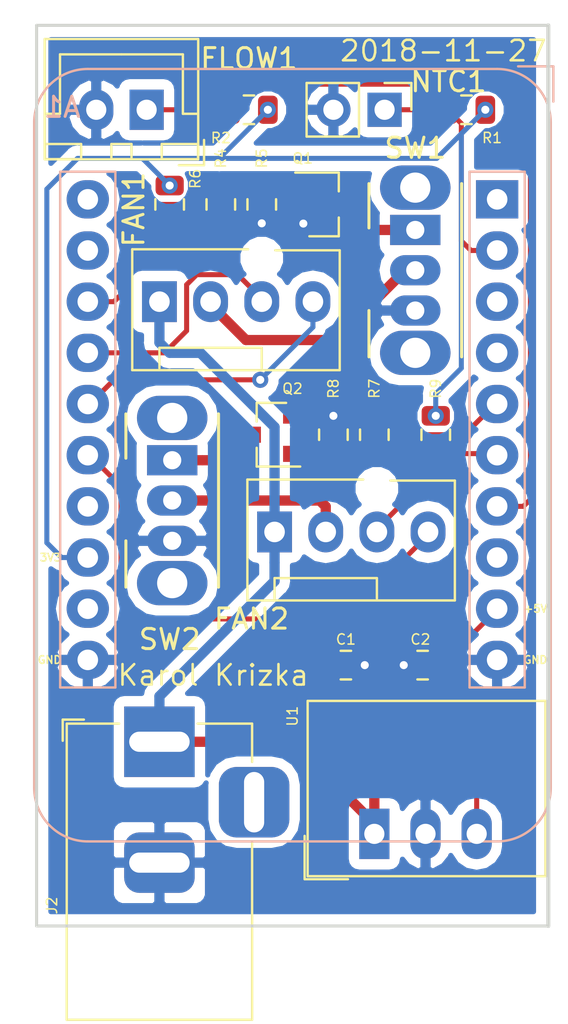
<source format=kicad_pcb>
(kicad_pcb (version 20171130) (host pcbnew 5.0.0)

  (general
    (thickness 1.6)
    (drawings 10)
    (tracks 133)
    (zones 0)
    (modules 21)
    (nets 28)
  )

  (page A4)
  (layers
    (0 F.Cu signal)
    (31 B.Cu signal)
    (32 B.Adhes user)
    (33 F.Adhes user)
    (34 B.Paste user)
    (35 F.Paste user)
    (36 B.SilkS user)
    (37 F.SilkS user)
    (38 B.Mask user)
    (39 F.Mask user)
    (40 Dwgs.User user)
    (41 Cmts.User user)
    (42 Eco1.User user)
    (43 Eco2.User user)
    (44 Edge.Cuts user)
    (45 Margin user)
    (46 B.CrtYd user)
    (47 F.CrtYd user)
    (48 B.Fab user)
    (49 F.Fab user)
  )

  (setup
    (last_trace_width 0.25)
    (trace_clearance 0.2)
    (zone_clearance 0.508)
    (zone_45_only no)
    (trace_min 0.2)
    (segment_width 0.2)
    (edge_width 0.15)
    (via_size 0.8)
    (via_drill 0.4)
    (via_min_size 0.4)
    (via_min_drill 0.3)
    (uvia_size 0.3)
    (uvia_drill 0.1)
    (uvias_allowed no)
    (uvia_min_size 0.2)
    (uvia_min_drill 0.1)
    (pcb_text_width 0.3)
    (pcb_text_size 1.5 1.5)
    (mod_edge_width 0.15)
    (mod_text_size 1 1)
    (mod_text_width 0.15)
    (pad_size 1.524 1.524)
    (pad_drill 0.762)
    (pad_to_mask_clearance 0.2)
    (aux_axis_origin 0 0)
    (visible_elements FFFFFF7F)
    (pcbplotparams
      (layerselection 0x010fc_ffffffff)
      (usegerberextensions false)
      (usegerberattributes false)
      (usegerberadvancedattributes false)
      (creategerberjobfile false)
      (excludeedgelayer true)
      (linewidth 0.100000)
      (plotframeref false)
      (viasonmask false)
      (mode 1)
      (useauxorigin false)
      (hpglpennumber 1)
      (hpglpenspeed 20)
      (hpglpendiameter 15.000000)
      (psnegative false)
      (psa4output false)
      (plotreference true)
      (plotvalue true)
      (plotinvisibletext false)
      (padsonsilk false)
      (subtractmaskfromsilk false)
      (outputformat 1)
      (mirror false)
      (drillshape 0)
      (scaleselection 1)
      (outputdirectory "gerbers/"))
  )

  (net 0 "")
  (net 1 "Net-(A1-Pad1)")
  (net 2 "Net-(A1-Pad20)")
  (net 3 /NTC)
  (net 4 "Net-(A1-Pad19)")
  (net 5 "Net-(A1-Pad3)")
  (net 6 "Net-(A1-Pad4)")
  (net 7 /SIGON1)
  (net 8 /SIGPWM1)
  (net 9 /SIGTACH1)
  (net 10 /SIGPWM2)
  (net 11 /SIGTACH2)
  (net 12 /SIGON2)
  (net 13 "Net-(A1-Pad8)")
  (net 14 +3V3)
  (net 15 +5V)
  (net 16 "Net-(A1-Pad12)")
  (net 17 GND)
  (net 18 +12V)
  (net 19 "Net-(J2-Pad3)")
  (net 20 "Net-(Q2-Pad1)")
  (net 21 "Net-(Q1-Pad1)")
  (net 22 "Net-(Q1-Pad3)")
  (net 23 "Net-(Q2-Pad3)")
  (net 24 /FLOW)
  (net 25 "Net-(A1-Pad14)")
  (net 26 "Net-(FAN2-Pad2)")
  (net 27 "Net-(FAN1-Pad2)")

  (net_class Default "This is the default net class."
    (clearance 0.2)
    (trace_width 0.25)
    (via_dia 0.8)
    (via_drill 0.4)
    (uvia_dia 0.3)
    (uvia_drill 0.1)
    (add_net +3V3)
    (add_net +5V)
    (add_net /FLOW)
    (add_net /NTC)
    (add_net /SIGON1)
    (add_net /SIGON2)
    (add_net /SIGPWM1)
    (add_net /SIGPWM2)
    (add_net /SIGTACH1)
    (add_net /SIGTACH2)
    (add_net GND)
    (add_net "Net-(A1-Pad1)")
    (add_net "Net-(A1-Pad12)")
    (add_net "Net-(A1-Pad14)")
    (add_net "Net-(A1-Pad19)")
    (add_net "Net-(A1-Pad20)")
    (add_net "Net-(A1-Pad3)")
    (add_net "Net-(A1-Pad4)")
    (add_net "Net-(A1-Pad8)")
    (add_net "Net-(FAN1-Pad2)")
    (add_net "Net-(FAN2-Pad2)")
    (add_net "Net-(J2-Pad3)")
    (add_net "Net-(Q1-Pad1)")
    (add_net "Net-(Q2-Pad1)")
  )

  (net_class 12VPWR ""
    (clearance 0.2)
    (trace_width 0.508)
    (via_dia 0.8)
    (via_drill 0.4)
    (uvia_dia 0.3)
    (uvia_drill 0.1)
    (add_net +12V)
  )

  (net_class FANPWR ""
    (clearance 0.2)
    (trace_width 0.508)
    (via_dia 0.8)
    (via_drill 0.4)
    (uvia_dia 0.3)
    (uvia_drill 0.1)
    (add_net "Net-(Q1-Pad3)")
    (add_net "Net-(Q2-Pad3)")
  )

  (module Connector_JST:JST_XH_B02B-XH-A_1x02_P2.50mm_Vertical (layer F.Cu) (tedit 5A2731AA) (tstamp 5C0A7A0C)
    (at 192.405 86.995 180)
    (descr "JST XH series connector, B02B-XH-A (http://www.jst-mfg.com/product/pdf/eng/eXH.pdf), generated with kicad-footprint-generator")
    (tags "connector JST XH side entry")
    (path /5BFDB9B1)
    (fp_text reference FLOW1 (at -5.08 2.54 180) (layer F.SilkS)
      (effects (font (size 1 1) (thickness 0.15)))
    )
    (fp_text value Conn_01x02 (at 1.25 4.6 180) (layer F.Fab)
      (effects (font (size 1 1) (thickness 0.15)))
    )
    (fp_line (start -2.45 -2.35) (end -2.45 3.4) (layer F.Fab) (width 0.1))
    (fp_line (start -2.45 3.4) (end 4.95 3.4) (layer F.Fab) (width 0.1))
    (fp_line (start 4.95 3.4) (end 4.95 -2.35) (layer F.Fab) (width 0.1))
    (fp_line (start 4.95 -2.35) (end -2.45 -2.35) (layer F.Fab) (width 0.1))
    (fp_line (start -2.56 -2.46) (end -2.56 3.51) (layer F.SilkS) (width 0.12))
    (fp_line (start -2.56 3.51) (end 5.06 3.51) (layer F.SilkS) (width 0.12))
    (fp_line (start 5.06 3.51) (end 5.06 -2.46) (layer F.SilkS) (width 0.12))
    (fp_line (start 5.06 -2.46) (end -2.56 -2.46) (layer F.SilkS) (width 0.12))
    (fp_line (start -2.95 -2.85) (end -2.95 3.9) (layer F.CrtYd) (width 0.05))
    (fp_line (start -2.95 3.9) (end 5.45 3.9) (layer F.CrtYd) (width 0.05))
    (fp_line (start 5.45 3.9) (end 5.45 -2.85) (layer F.CrtYd) (width 0.05))
    (fp_line (start 5.45 -2.85) (end -2.95 -2.85) (layer F.CrtYd) (width 0.05))
    (fp_line (start -0.625 -2.35) (end 0 -1.35) (layer F.Fab) (width 0.1))
    (fp_line (start 0 -1.35) (end 0.625 -2.35) (layer F.Fab) (width 0.1))
    (fp_line (start 0.75 -2.45) (end 0.75 -1.7) (layer F.SilkS) (width 0.12))
    (fp_line (start 0.75 -1.7) (end 1.75 -1.7) (layer F.SilkS) (width 0.12))
    (fp_line (start 1.75 -1.7) (end 1.75 -2.45) (layer F.SilkS) (width 0.12))
    (fp_line (start 1.75 -2.45) (end 0.75 -2.45) (layer F.SilkS) (width 0.12))
    (fp_line (start -2.55 -2.45) (end -2.55 -1.7) (layer F.SilkS) (width 0.12))
    (fp_line (start -2.55 -1.7) (end -0.75 -1.7) (layer F.SilkS) (width 0.12))
    (fp_line (start -0.75 -1.7) (end -0.75 -2.45) (layer F.SilkS) (width 0.12))
    (fp_line (start -0.75 -2.45) (end -2.55 -2.45) (layer F.SilkS) (width 0.12))
    (fp_line (start 3.25 -2.45) (end 3.25 -1.7) (layer F.SilkS) (width 0.12))
    (fp_line (start 3.25 -1.7) (end 5.05 -1.7) (layer F.SilkS) (width 0.12))
    (fp_line (start 5.05 -1.7) (end 5.05 -2.45) (layer F.SilkS) (width 0.12))
    (fp_line (start 5.05 -2.45) (end 3.25 -2.45) (layer F.SilkS) (width 0.12))
    (fp_line (start -2.55 -0.2) (end -1.8 -0.2) (layer F.SilkS) (width 0.12))
    (fp_line (start -1.8 -0.2) (end -1.8 2.75) (layer F.SilkS) (width 0.12))
    (fp_line (start -1.8 2.75) (end 1.25 2.75) (layer F.SilkS) (width 0.12))
    (fp_line (start 5.05 -0.2) (end 4.3 -0.2) (layer F.SilkS) (width 0.12))
    (fp_line (start 4.3 -0.2) (end 4.3 2.75) (layer F.SilkS) (width 0.12))
    (fp_line (start 4.3 2.75) (end 1.25 2.75) (layer F.SilkS) (width 0.12))
    (fp_line (start -1.6 -2.75) (end -2.85 -2.75) (layer F.SilkS) (width 0.12))
    (fp_line (start -2.85 -2.75) (end -2.85 -1.5) (layer F.SilkS) (width 0.12))
    (fp_text user %R (at 1.25 2.7 180) (layer F.Fab)
      (effects (font (size 1 1) (thickness 0.15)))
    )
    (pad 1 thru_hole rect (at 0 0 180) (size 1.7 2) (drill 1) (layers *.Cu *.Mask)
      (net 24 /FLOW))
    (pad 2 thru_hole oval (at 2.5 0 180) (size 1.7 2) (drill 1) (layers *.Cu *.Mask)
      (net 17 GND))
    (model ${KISYS3DMOD}/Connector_JST.3dshapes/JST_XH_B02B-XH-A_1x02_P2.50mm_Vertical.wrl
      (at (xyz 0 0 0))
      (scale (xyz 1 1 1))
      (rotate (xyz 0 0 0))
    )
  )

  (module Package_TO_SOT_SMD:SOT-23 (layer F.Cu) (tedit 5BFD98C9) (tstamp 5C099E01)
    (at 198.628 103.124 180)
    (descr "SOT-23, Standard")
    (tags SOT-23)
    (path /5BFE96EB)
    (attr smd)
    (fp_text reference Q2 (at -1.016 2.286 180) (layer F.SilkS)
      (effects (font (size 0.508 0.508) (thickness 0.0762)))
    )
    (fp_text value BSH105,215 (at 0 2.5 180) (layer F.Fab)
      (effects (font (size 1 1) (thickness 0.15)))
    )
    (fp_line (start 0.76 1.58) (end -0.7 1.58) (layer F.SilkS) (width 0.12))
    (fp_line (start 0.76 -1.58) (end -1.4 -1.58) (layer F.SilkS) (width 0.12))
    (fp_line (start -1.7 1.75) (end -1.7 -1.75) (layer F.CrtYd) (width 0.05))
    (fp_line (start 1.7 1.75) (end -1.7 1.75) (layer F.CrtYd) (width 0.05))
    (fp_line (start 1.7 -1.75) (end 1.7 1.75) (layer F.CrtYd) (width 0.05))
    (fp_line (start -1.7 -1.75) (end 1.7 -1.75) (layer F.CrtYd) (width 0.05))
    (fp_line (start 0.76 -1.58) (end 0.76 -0.65) (layer F.SilkS) (width 0.12))
    (fp_line (start 0.76 1.58) (end 0.76 0.65) (layer F.SilkS) (width 0.12))
    (fp_line (start -0.7 1.52) (end 0.7 1.52) (layer F.Fab) (width 0.1))
    (fp_line (start 0.7 -1.52) (end 0.7 1.52) (layer F.Fab) (width 0.1))
    (fp_line (start -0.7 -0.95) (end -0.15 -1.52) (layer F.Fab) (width 0.1))
    (fp_line (start -0.15 -1.52) (end 0.7 -1.52) (layer F.Fab) (width 0.1))
    (fp_line (start -0.7 -0.95) (end -0.7 1.5) (layer F.Fab) (width 0.1))
    (fp_text user %R (at 0 0 270) (layer F.Fab)
      (effects (font (size 0.5 0.5) (thickness 0.075)))
    )
    (pad 3 smd rect (at 1 0 180) (size 0.9 0.8) (layers F.Cu F.Paste F.Mask)
      (net 23 "Net-(Q2-Pad3)"))
    (pad 2 smd rect (at -1 0.95 180) (size 0.9 0.8) (layers F.Cu F.Paste F.Mask)
      (net 17 GND))
    (pad 1 smd rect (at -1 -0.95 180) (size 0.9 0.8) (layers F.Cu F.Paste F.Mask)
      (net 20 "Net-(Q2-Pad1)"))
    (model ${KISYS3DMOD}/Package_TO_SOT_SMD.3dshapes/SOT-23.wrl
      (at (xyz 0 0 0))
      (scale (xyz 1 1 1))
      (rotate (xyz 0 0 0))
    )
  )

  (module Package_TO_SOT_SMD:SOT-23 (layer F.Cu) (tedit 5BFD992F) (tstamp 5C09941A)
    (at 201.184 91.694)
    (descr "SOT-23, Standard")
    (tags SOT-23)
    (path /5BFE9443)
    (attr smd)
    (fp_text reference Q1 (at -1.032 -2.286) (layer F.SilkS)
      (effects (font (size 0.508 0.508) (thickness 0.0762)))
    )
    (fp_text value BSH105,215 (at 0 2.5) (layer F.Fab)
      (effects (font (size 1 1) (thickness 0.15)))
    )
    (fp_text user %R (at 0 0 90) (layer F.Fab)
      (effects (font (size 0.5 0.5) (thickness 0.075)))
    )
    (fp_line (start -0.7 -0.95) (end -0.7 1.5) (layer F.Fab) (width 0.1))
    (fp_line (start -0.15 -1.52) (end 0.7 -1.52) (layer F.Fab) (width 0.1))
    (fp_line (start -0.7 -0.95) (end -0.15 -1.52) (layer F.Fab) (width 0.1))
    (fp_line (start 0.7 -1.52) (end 0.7 1.52) (layer F.Fab) (width 0.1))
    (fp_line (start -0.7 1.52) (end 0.7 1.52) (layer F.Fab) (width 0.1))
    (fp_line (start 0.76 1.58) (end 0.76 0.65) (layer F.SilkS) (width 0.12))
    (fp_line (start 0.76 -1.58) (end 0.76 -0.65) (layer F.SilkS) (width 0.12))
    (fp_line (start -1.7 -1.75) (end 1.7 -1.75) (layer F.CrtYd) (width 0.05))
    (fp_line (start 1.7 -1.75) (end 1.7 1.75) (layer F.CrtYd) (width 0.05))
    (fp_line (start 1.7 1.75) (end -1.7 1.75) (layer F.CrtYd) (width 0.05))
    (fp_line (start -1.7 1.75) (end -1.7 -1.75) (layer F.CrtYd) (width 0.05))
    (fp_line (start 0.76 -1.58) (end -1.4 -1.58) (layer F.SilkS) (width 0.12))
    (fp_line (start 0.76 1.58) (end -0.7 1.58) (layer F.SilkS) (width 0.12))
    (pad 1 smd rect (at -1 -0.95) (size 0.9 0.8) (layers F.Cu F.Paste F.Mask)
      (net 21 "Net-(Q1-Pad1)"))
    (pad 2 smd rect (at -1 0.95) (size 0.9 0.8) (layers F.Cu F.Paste F.Mask)
      (net 17 GND))
    (pad 3 smd rect (at 1 0) (size 0.9 0.8) (layers F.Cu F.Paste F.Mask)
      (net 22 "Net-(Q1-Pad3)"))
    (model ${KISYS3DMOD}/Package_TO_SOT_SMD.3dshapes/SOT-23.wrl
      (at (xyz 0 0 0))
      (scale (xyz 1 1 1))
      (rotate (xyz 0 0 0))
    )
  )

  (module Module:Adafruit_HUZZAH_ESP8266_breakout (layer B.Cu) (tedit 59B04F86) (tstamp 5C092EA2)
    (at 209.804 91.44 180)
    (descr "32-bit microcontroller module with WiFi, https://www.adafruit.com/product/2471")
    (tags "ESP8266 WiFi microcontroller")
    (path /5BB80BEE)
    (fp_text reference A1 (at 21.59 4.572 180) (layer B.SilkS)
      (effects (font (size 1 1) (thickness 0.15)) (justify mirror))
    )
    (fp_text value Adafruit_HUZZAH_ESP8266_breakout (at 10.16 -32.75 180) (layer B.Fab)
      (effects (font (size 1 1) (thickness 0.15)) (justify mirror))
    )
    (fp_arc (start 0 3.81) (end -2.54 3.81) (angle -90) (layer B.Fab) (width 0.1))
    (fp_arc (start 20.32 3.81) (end 20.32 6.35) (angle -90) (layer B.Fab) (width 0.1))
    (fp_arc (start 20.32 -29.21) (end 22.86 -29.21) (angle -90) (layer B.Fab) (width 0.1))
    (fp_arc (start 0 -29.21) (end 0 -31.75) (angle -90) (layer B.Fab) (width 0.1))
    (fp_arc (start 0 3.81) (end -2.66 3.81) (angle -90) (layer B.SilkS) (width 0.12))
    (fp_arc (start 20.32 3.81) (end 20.32 6.47) (angle -90) (layer B.SilkS) (width 0.12))
    (fp_arc (start 20.32 -29.21) (end 22.98 -29.21) (angle -90) (layer B.SilkS) (width 0.12))
    (fp_arc (start 0 -29.21) (end 0 -31.87) (angle -90) (layer B.SilkS) (width 0.12))
    (fp_line (start 0 6.35) (end 20.32 6.35) (layer B.Fab) (width 0.1))
    (fp_line (start 0 -31.75) (end 20.32 -31.75) (layer B.Fab) (width 0.1))
    (fp_line (start -2.54 3.81) (end -2.54 -29.21) (layer B.Fab) (width 0.1))
    (fp_line (start 22.86 3.81) (end 22.86 -29.21) (layer B.Fab) (width 0.1))
    (fp_line (start -2.79 4.85) (end -2.79 6.6) (layer B.Fab) (width 0.1))
    (fp_line (start -2.79 6.6) (end -1.04 6.6) (layer B.Fab) (width 0.1))
    (fp_line (start 0 6.47) (end 20.32 6.47) (layer B.SilkS) (width 0.12))
    (fp_line (start 0 -31.87) (end 20.32 -31.87) (layer B.SilkS) (width 0.12))
    (fp_line (start -2.66 3.81) (end -2.66 -29.21) (layer B.SilkS) (width 0.12))
    (fp_line (start 22.98 3.81) (end 22.98 -29.21) (layer B.SilkS) (width 0.12))
    (fp_line (start -2.79 4.85) (end -2.79 6.6) (layer B.SilkS) (width 0.12))
    (fp_line (start -2.79 6.6) (end -1.04 6.6) (layer B.SilkS) (width 0.12))
    (fp_line (start -1.37 1.37) (end -1.37 -24.23) (layer B.SilkS) (width 0.12))
    (fp_line (start -1.37 -24.23) (end 1.37 -24.23) (layer B.SilkS) (width 0.12))
    (fp_line (start 1.37 -24.23) (end 1.37 1.37) (layer B.SilkS) (width 0.12))
    (fp_line (start 1.37 1.37) (end -1.37 1.37) (layer B.SilkS) (width 0.12))
    (fp_line (start 18.95 1.37) (end 18.95 -24.23) (layer B.SilkS) (width 0.12))
    (fp_line (start 18.95 -24.23) (end 21.69 -24.23) (layer B.SilkS) (width 0.12))
    (fp_line (start 21.69 -24.23) (end 21.69 1.37) (layer B.SilkS) (width 0.12))
    (fp_line (start 21.69 1.37) (end 18.95 1.37) (layer B.SilkS) (width 0.12))
    (fp_line (start -2.79 6.6) (end -2.79 -32) (layer B.CrtYd) (width 0.05))
    (fp_line (start -2.79 -32) (end 23.11 -32) (layer B.CrtYd) (width 0.05))
    (fp_line (start 23.11 -32) (end 23.11 6.6) (layer B.CrtYd) (width 0.05))
    (fp_line (start 23.11 6.6) (end -2.79 6.6) (layer B.CrtYd) (width 0.05))
    (fp_text user %R (at 10.16 -12.7 180) (layer B.Fab)
      (effects (font (size 1 1) (thickness 0.15)) (justify mirror))
    )
    (pad 1 thru_hole rect (at 0 0 180) (size 2.1 1.9) (drill 1.02) (layers *.Cu *.Mask)
      (net 1 "Net-(A1-Pad1)"))
    (pad 20 thru_hole oval (at 20.32 0 180) (size 2.1 1.9) (drill 1.02) (layers *.Cu *.Mask)
      (net 2 "Net-(A1-Pad20)"))
    (pad 2 thru_hole oval (at 0 -2.54 180) (size 2.1 1.9) (drill 1.02) (layers *.Cu *.Mask)
      (net 3 /NTC))
    (pad 19 thru_hole oval (at 20.32 -2.54 180) (size 2.1 1.9) (drill 1.02) (layers *.Cu *.Mask)
      (net 4 "Net-(A1-Pad19)"))
    (pad 3 thru_hole oval (at 0 -5.08 180) (size 2.1 1.9) (drill 1.02) (layers *.Cu *.Mask)
      (net 5 "Net-(A1-Pad3)"))
    (pad 18 thru_hole oval (at 20.32 -5.08 180) (size 2.1 1.9) (drill 1.02) (layers *.Cu *.Mask)
      (net 7 /SIGON1))
    (pad 4 thru_hole oval (at 0 -7.62 180) (size 2.1 1.9) (drill 1.02) (layers *.Cu *.Mask)
      (net 6 "Net-(A1-Pad4)"))
    (pad 17 thru_hole oval (at 20.32 -7.62 180) (size 2.1 1.9) (drill 1.02) (layers *.Cu *.Mask)
      (net 9 /SIGTACH1))
    (pad 5 thru_hole oval (at 0 -10.16 180) (size 2.1 1.9) (drill 1.02) (layers *.Cu *.Mask)
      (net 12 /SIGON2))
    (pad 16 thru_hole oval (at 20.32 -10.16 180) (size 2.1 1.9) (drill 1.02) (layers *.Cu *.Mask)
      (net 8 /SIGPWM1))
    (pad 6 thru_hole oval (at 0 -12.7 180) (size 2.1 1.9) (drill 1.02) (layers *.Cu *.Mask)
      (net 11 /SIGTACH2))
    (pad 15 thru_hole oval (at 20.32 -12.7 180) (size 2.1 1.9) (drill 1.02) (layers *.Cu *.Mask)
      (net 10 /SIGPWM2))
    (pad 7 thru_hole oval (at 0 -15.24 180) (size 2.1 1.9) (drill 1.02) (layers *.Cu *.Mask)
      (net 24 /FLOW))
    (pad 14 thru_hole oval (at 20.32 -15.24 180) (size 2.1 1.9) (drill 1.02) (layers *.Cu *.Mask)
      (net 25 "Net-(A1-Pad14)"))
    (pad 8 thru_hole oval (at 0 -17.78 180) (size 2.1 1.9) (drill 1.02) (layers *.Cu *.Mask)
      (net 13 "Net-(A1-Pad8)"))
    (pad 13 thru_hole oval (at 20.32 -17.78 180) (size 2.1 1.9) (drill 1.02) (layers *.Cu *.Mask)
      (net 14 +3V3))
    (pad 9 thru_hole oval (at 0 -20.32 180) (size 2.1 1.9) (drill 1.02) (layers *.Cu *.Mask)
      (net 15 +5V))
    (pad 12 thru_hole oval (at 20.32 -20.32 180) (size 2.1 1.9) (drill 1.02) (layers *.Cu *.Mask)
      (net 16 "Net-(A1-Pad12)"))
    (pad 10 thru_hole oval (at 0 -22.86 180) (size 2.1 1.9) (drill 1.02) (layers *.Cu *.Mask)
      (net 17 GND))
    (pad 11 thru_hole oval (at 20.32 -22.86 180) (size 2.1 1.9) (drill 1.02) (layers *.Cu *.Mask)
      (net 17 GND))
    (model ${KISYS3DMOD}/Module.3dshapes/Adafruit_HUZZAH_ESP8266_breakout.wrl
      (at (xyz 0 0 0))
      (scale (xyz 1 1 1))
      (rotate (xyz 0 0 0))
    )
  )

  (module Resistor_SMD:R_0805_2012Metric (layer F.Cu) (tedit 5BFD98EA) (tstamp 5C08C200)
    (at 206.756 103.124 270)
    (descr "Resistor SMD 0805 (2012 Metric), square (rectangular) end terminal, IPC_7351 nominal, (Body size source: https://docs.google.com/spreadsheets/d/1BsfQQcO9C6DZCsRaXUlFlo91Tg2WpOkGARC1WS5S8t0/edit?usp=sharing), generated with kicad-footprint-generator")
    (tags resistor)
    (path /5BFE670E)
    (attr smd)
    (fp_text reference R9 (at -2.286 0 270) (layer F.SilkS)
      (effects (font (size 0.508 0.508) (thickness 0.0762)))
    )
    (fp_text value 10k (at 0 1.65 270) (layer F.Fab)
      (effects (font (size 1 1) (thickness 0.15)))
    )
    (fp_text user %R (at 0 0 270) (layer F.Fab)
      (effects (font (size 0.5 0.5) (thickness 0.08)))
    )
    (fp_line (start 1.68 0.95) (end -1.68 0.95) (layer F.CrtYd) (width 0.05))
    (fp_line (start 1.68 -0.95) (end 1.68 0.95) (layer F.CrtYd) (width 0.05))
    (fp_line (start -1.68 -0.95) (end 1.68 -0.95) (layer F.CrtYd) (width 0.05))
    (fp_line (start -1.68 0.95) (end -1.68 -0.95) (layer F.CrtYd) (width 0.05))
    (fp_line (start -0.258578 0.71) (end 0.258578 0.71) (layer F.SilkS) (width 0.12))
    (fp_line (start -0.258578 -0.71) (end 0.258578 -0.71) (layer F.SilkS) (width 0.12))
    (fp_line (start 1 0.6) (end -1 0.6) (layer F.Fab) (width 0.1))
    (fp_line (start 1 -0.6) (end 1 0.6) (layer F.Fab) (width 0.1))
    (fp_line (start -1 -0.6) (end 1 -0.6) (layer F.Fab) (width 0.1))
    (fp_line (start -1 0.6) (end -1 -0.6) (layer F.Fab) (width 0.1))
    (pad 2 smd roundrect (at 0.9375 0 270) (size 0.975 1.4) (layers F.Cu F.Paste F.Mask) (roundrect_rratio 0.25)
      (net 11 /SIGTACH2))
    (pad 1 smd roundrect (at -0.9375 0 270) (size 0.975 1.4) (layers F.Cu F.Paste F.Mask) (roundrect_rratio 0.25)
      (net 14 +3V3))
    (model ${KISYS3DMOD}/Resistor_SMD.3dshapes/R_0805_2012Metric.wrl
      (at (xyz 0 0 0))
      (scale (xyz 1 1 1))
      (rotate (xyz 0 0 0))
    )
  )

  (module Resistor_SMD:R_0805_2012Metric (layer F.Cu) (tedit 5BFD9902) (tstamp 5C08C16F)
    (at 193.548 91.694 270)
    (descr "Resistor SMD 0805 (2012 Metric), square (rectangular) end terminal, IPC_7351 nominal, (Body size source: https://docs.google.com/spreadsheets/d/1BsfQQcO9C6DZCsRaXUlFlo91Tg2WpOkGARC1WS5S8t0/edit?usp=sharing), generated with kicad-footprint-generator")
    (tags resistor)
    (path /5BB81CA6)
    (attr smd)
    (fp_text reference R6 (at -1.27 -1.27 270) (layer F.SilkS)
      (effects (font (size 0.508 0.508) (thickness 0.0762)))
    )
    (fp_text value 10k (at 0 1.65 270) (layer F.Fab)
      (effects (font (size 1 1) (thickness 0.15)))
    )
    (fp_line (start -1 0.6) (end -1 -0.6) (layer F.Fab) (width 0.1))
    (fp_line (start -1 -0.6) (end 1 -0.6) (layer F.Fab) (width 0.1))
    (fp_line (start 1 -0.6) (end 1 0.6) (layer F.Fab) (width 0.1))
    (fp_line (start 1 0.6) (end -1 0.6) (layer F.Fab) (width 0.1))
    (fp_line (start -0.258578 -0.71) (end 0.258578 -0.71) (layer F.SilkS) (width 0.12))
    (fp_line (start -0.258578 0.71) (end 0.258578 0.71) (layer F.SilkS) (width 0.12))
    (fp_line (start -1.68 0.95) (end -1.68 -0.95) (layer F.CrtYd) (width 0.05))
    (fp_line (start -1.68 -0.95) (end 1.68 -0.95) (layer F.CrtYd) (width 0.05))
    (fp_line (start 1.68 -0.95) (end 1.68 0.95) (layer F.CrtYd) (width 0.05))
    (fp_line (start 1.68 0.95) (end -1.68 0.95) (layer F.CrtYd) (width 0.05))
    (fp_text user %R (at 0 0 270) (layer F.Fab)
      (effects (font (size 0.5 0.5) (thickness 0.08)))
    )
    (pad 1 smd roundrect (at -0.9375 0 270) (size 0.975 1.4) (layers F.Cu F.Paste F.Mask) (roundrect_rratio 0.25)
      (net 14 +3V3))
    (pad 2 smd roundrect (at 0.9375 0 270) (size 0.975 1.4) (layers F.Cu F.Paste F.Mask) (roundrect_rratio 0.25)
      (net 9 /SIGTACH1))
    (model ${KISYS3DMOD}/Resistor_SMD.3dshapes/R_0805_2012Metric.wrl
      (at (xyz 0 0 0))
      (scale (xyz 1 1 1))
      (rotate (xyz 0 0 0))
    )
  )

  (module Resistor_SMD:R_0805_2012Metric (layer F.Cu) (tedit 5BFD98E2) (tstamp 5C09C058)
    (at 203.708 103.124 90)
    (descr "Resistor SMD 0805 (2012 Metric), square (rectangular) end terminal, IPC_7351 nominal, (Body size source: https://docs.google.com/spreadsheets/d/1BsfQQcO9C6DZCsRaXUlFlo91Tg2WpOkGARC1WS5S8t0/edit?usp=sharing), generated with kicad-footprint-generator")
    (tags resistor)
    (path /5BFE6744)
    (attr smd)
    (fp_text reference R7 (at 2.286 0 90) (layer F.SilkS)
      (effects (font (size 0.508 0.508) (thickness 0.0762)))
    )
    (fp_text value 100 (at 0 1.65 90) (layer F.Fab)
      (effects (font (size 1 1) (thickness 0.15)))
    )
    (fp_text user %R (at 0 0 90) (layer F.Fab)
      (effects (font (size 0.5 0.5) (thickness 0.08)))
    )
    (fp_line (start 1.68 0.95) (end -1.68 0.95) (layer F.CrtYd) (width 0.05))
    (fp_line (start 1.68 -0.95) (end 1.68 0.95) (layer F.CrtYd) (width 0.05))
    (fp_line (start -1.68 -0.95) (end 1.68 -0.95) (layer F.CrtYd) (width 0.05))
    (fp_line (start -1.68 0.95) (end -1.68 -0.95) (layer F.CrtYd) (width 0.05))
    (fp_line (start -0.258578 0.71) (end 0.258578 0.71) (layer F.SilkS) (width 0.12))
    (fp_line (start -0.258578 -0.71) (end 0.258578 -0.71) (layer F.SilkS) (width 0.12))
    (fp_line (start 1 0.6) (end -1 0.6) (layer F.Fab) (width 0.1))
    (fp_line (start 1 -0.6) (end 1 0.6) (layer F.Fab) (width 0.1))
    (fp_line (start -1 -0.6) (end 1 -0.6) (layer F.Fab) (width 0.1))
    (fp_line (start -1 0.6) (end -1 -0.6) (layer F.Fab) (width 0.1))
    (pad 2 smd roundrect (at 0.9375 0 90) (size 0.975 1.4) (layers F.Cu F.Paste F.Mask) (roundrect_rratio 0.25)
      (net 12 /SIGON2))
    (pad 1 smd roundrect (at -0.9375 0 90) (size 0.975 1.4) (layers F.Cu F.Paste F.Mask) (roundrect_rratio 0.25)
      (net 20 "Net-(Q2-Pad1)"))
    (model ${KISYS3DMOD}/Resistor_SMD.3dshapes/R_0805_2012Metric.wrl
      (at (xyz 0 0 0))
      (scale (xyz 1 1 1))
      (rotate (xyz 0 0 0))
    )
  )

  (module Resistor_SMD:R_0805_2012Metric (layer F.Cu) (tedit 5BFD98D8) (tstamp 5C08C14D)
    (at 201.676 103.124 90)
    (descr "Resistor SMD 0805 (2012 Metric), square (rectangular) end terminal, IPC_7351 nominal, (Body size source: https://docs.google.com/spreadsheets/d/1BsfQQcO9C6DZCsRaXUlFlo91Tg2WpOkGARC1WS5S8t0/edit?usp=sharing), generated with kicad-footprint-generator")
    (tags resistor)
    (path /5BFE673E)
    (attr smd)
    (fp_text reference R8 (at 2.286 0 90) (layer F.SilkS)
      (effects (font (size 0.508 0.508) (thickness 0.0762)))
    )
    (fp_text value 10k (at 0 1.65 90) (layer F.Fab)
      (effects (font (size 1 1) (thickness 0.15)))
    )
    (fp_line (start -1 0.6) (end -1 -0.6) (layer F.Fab) (width 0.1))
    (fp_line (start -1 -0.6) (end 1 -0.6) (layer F.Fab) (width 0.1))
    (fp_line (start 1 -0.6) (end 1 0.6) (layer F.Fab) (width 0.1))
    (fp_line (start 1 0.6) (end -1 0.6) (layer F.Fab) (width 0.1))
    (fp_line (start -0.258578 -0.71) (end 0.258578 -0.71) (layer F.SilkS) (width 0.12))
    (fp_line (start -0.258578 0.71) (end 0.258578 0.71) (layer F.SilkS) (width 0.12))
    (fp_line (start -1.68 0.95) (end -1.68 -0.95) (layer F.CrtYd) (width 0.05))
    (fp_line (start -1.68 -0.95) (end 1.68 -0.95) (layer F.CrtYd) (width 0.05))
    (fp_line (start 1.68 -0.95) (end 1.68 0.95) (layer F.CrtYd) (width 0.05))
    (fp_line (start 1.68 0.95) (end -1.68 0.95) (layer F.CrtYd) (width 0.05))
    (fp_text user %R (at 0 0 90) (layer F.Fab)
      (effects (font (size 0.5 0.5) (thickness 0.08)))
    )
    (pad 1 smd roundrect (at -0.9375 0 90) (size 0.975 1.4) (layers F.Cu F.Paste F.Mask) (roundrect_rratio 0.25)
      (net 20 "Net-(Q2-Pad1)"))
    (pad 2 smd roundrect (at 0.9375 0 90) (size 0.975 1.4) (layers F.Cu F.Paste F.Mask) (roundrect_rratio 0.25)
      (net 17 GND))
    (model ${KISYS3DMOD}/Resistor_SMD.3dshapes/R_0805_2012Metric.wrl
      (at (xyz 0 0 0))
      (scale (xyz 1 1 1))
      (rotate (xyz 0 0 0))
    )
  )

  (module Capacitor_SMD:C_0805_2012Metric (layer F.Cu) (tedit 5BFD98A3) (tstamp 5C08B4C6)
    (at 202.295196 114.560478)
    (descr "Capacitor SMD 0805 (2012 Metric), square (rectangular) end terminal, IPC_7351 nominal, (Body size source: https://docs.google.com/spreadsheets/d/1BsfQQcO9C6DZCsRaXUlFlo91Tg2WpOkGARC1WS5S8t0/edit?usp=sharing), generated with kicad-footprint-generator")
    (tags capacitor)
    (path /5BFCB55C)
    (attr smd)
    (fp_text reference C1 (at 0 -1.276478) (layer F.SilkS)
      (effects (font (size 0.508 0.508) (thickness 0.0762)))
    )
    (fp_text value 10uF (at 0 1.65) (layer F.Fab)
      (effects (font (size 1 1) (thickness 0.15)))
    )
    (fp_line (start -1 0.6) (end -1 -0.6) (layer F.Fab) (width 0.1))
    (fp_line (start -1 -0.6) (end 1 -0.6) (layer F.Fab) (width 0.1))
    (fp_line (start 1 -0.6) (end 1 0.6) (layer F.Fab) (width 0.1))
    (fp_line (start 1 0.6) (end -1 0.6) (layer F.Fab) (width 0.1))
    (fp_line (start -0.258578 -0.71) (end 0.258578 -0.71) (layer F.SilkS) (width 0.12))
    (fp_line (start -0.258578 0.71) (end 0.258578 0.71) (layer F.SilkS) (width 0.12))
    (fp_line (start -1.68 0.95) (end -1.68 -0.95) (layer F.CrtYd) (width 0.05))
    (fp_line (start -1.68 -0.95) (end 1.68 -0.95) (layer F.CrtYd) (width 0.05))
    (fp_line (start 1.68 -0.95) (end 1.68 0.95) (layer F.CrtYd) (width 0.05))
    (fp_line (start 1.68 0.95) (end -1.68 0.95) (layer F.CrtYd) (width 0.05))
    (fp_text user %R (at 0 0) (layer F.Fab)
      (effects (font (size 0.5 0.5) (thickness 0.08)))
    )
    (pad 1 smd roundrect (at -0.9375 0) (size 0.975 1.4) (layers F.Cu F.Paste F.Mask) (roundrect_rratio 0.25)
      (net 18 +12V))
    (pad 2 smd roundrect (at 0.9375 0) (size 0.975 1.4) (layers F.Cu F.Paste F.Mask) (roundrect_rratio 0.25)
      (net 17 GND))
    (model ${KISYS3DMOD}/Capacitor_SMD.3dshapes/C_0805_2012Metric.wrl
      (at (xyz 0 0 0))
      (scale (xyz 1 1 1))
      (rotate (xyz 0 0 0))
    )
  )

  (module Capacitor_SMD:C_0805_2012Metric (layer F.Cu) (tedit 5BFD98AE) (tstamp 5C08B4D7)
    (at 206.105196 114.560478 180)
    (descr "Capacitor SMD 0805 (2012 Metric), square (rectangular) end terminal, IPC_7351 nominal, (Body size source: https://docs.google.com/spreadsheets/d/1BsfQQcO9C6DZCsRaXUlFlo91Tg2WpOkGARC1WS5S8t0/edit?usp=sharing), generated with kicad-footprint-generator")
    (tags capacitor)
    (path /5BFCB5F9)
    (attr smd)
    (fp_text reference C2 (at 0.111196 1.276478 180) (layer F.SilkS)
      (effects (font (size 0.508 0.508) (thickness 0.0762)))
    )
    (fp_text value 10uF (at 0 1.65 180) (layer F.Fab)
      (effects (font (size 1 1) (thickness 0.15)))
    )
    (fp_text user %R (at 0 0 180) (layer F.Fab)
      (effects (font (size 0.5 0.5) (thickness 0.08)))
    )
    (fp_line (start 1.68 0.95) (end -1.68 0.95) (layer F.CrtYd) (width 0.05))
    (fp_line (start 1.68 -0.95) (end 1.68 0.95) (layer F.CrtYd) (width 0.05))
    (fp_line (start -1.68 -0.95) (end 1.68 -0.95) (layer F.CrtYd) (width 0.05))
    (fp_line (start -1.68 0.95) (end -1.68 -0.95) (layer F.CrtYd) (width 0.05))
    (fp_line (start -0.258578 0.71) (end 0.258578 0.71) (layer F.SilkS) (width 0.12))
    (fp_line (start -0.258578 -0.71) (end 0.258578 -0.71) (layer F.SilkS) (width 0.12))
    (fp_line (start 1 0.6) (end -1 0.6) (layer F.Fab) (width 0.1))
    (fp_line (start 1 -0.6) (end 1 0.6) (layer F.Fab) (width 0.1))
    (fp_line (start -1 -0.6) (end 1 -0.6) (layer F.Fab) (width 0.1))
    (fp_line (start -1 0.6) (end -1 -0.6) (layer F.Fab) (width 0.1))
    (pad 2 smd roundrect (at 0.9375 0 180) (size 0.975 1.4) (layers F.Cu F.Paste F.Mask) (roundrect_rratio 0.25)
      (net 17 GND))
    (pad 1 smd roundrect (at -0.9375 0 180) (size 0.975 1.4) (layers F.Cu F.Paste F.Mask) (roundrect_rratio 0.25)
      (net 15 +5V))
    (model ${KISYS3DMOD}/Capacitor_SMD.3dshapes/C_0805_2012Metric.wrl
      (at (xyz 0 0 0))
      (scale (xyz 1 1 1))
      (rotate (xyz 0 0 0))
    )
  )

  (module Connector_BarrelJack:BarrelJack_Horizontal (layer F.Cu) (tedit 5BFD99EA) (tstamp 5C09D692)
    (at 193.04 118.364 90)
    (descr "DC Barrel Jack")
    (tags "Power Jack")
    (path /5BFD8DE0)
    (fp_text reference J2 (at -8.128 -5.334 270) (layer F.SilkS)
      (effects (font (size 0.508 0.508) (thickness 0.0762)))
    )
    (fp_text value Conn_01x03 (at -6.2 -5.5 90) (layer F.Fab)
      (effects (font (size 1 1) (thickness 0.15)))
    )
    (fp_text user %R (at -3 -2.95 90) (layer F.Fab)
      (effects (font (size 1 1) (thickness 0.15)))
    )
    (fp_line (start -0.003213 -4.505425) (end 0.8 -3.75) (layer F.Fab) (width 0.1))
    (fp_line (start 1.1 -3.75) (end 1.1 -4.8) (layer F.SilkS) (width 0.12))
    (fp_line (start 0.05 -4.8) (end 1.1 -4.8) (layer F.SilkS) (width 0.12))
    (fp_line (start 1 -4.5) (end 1 -4.75) (layer F.CrtYd) (width 0.05))
    (fp_line (start 1 -4.75) (end -14 -4.75) (layer F.CrtYd) (width 0.05))
    (fp_line (start 1 -4.5) (end 1 -2) (layer F.CrtYd) (width 0.05))
    (fp_line (start 1 -2) (end 2 -2) (layer F.CrtYd) (width 0.05))
    (fp_line (start 2 -2) (end 2 2) (layer F.CrtYd) (width 0.05))
    (fp_line (start 2 2) (end 1 2) (layer F.CrtYd) (width 0.05))
    (fp_line (start 1 2) (end 1 4.75) (layer F.CrtYd) (width 0.05))
    (fp_line (start 1 4.75) (end -1 4.75) (layer F.CrtYd) (width 0.05))
    (fp_line (start -1 4.75) (end -1 6.75) (layer F.CrtYd) (width 0.05))
    (fp_line (start -1 6.75) (end -5 6.75) (layer F.CrtYd) (width 0.05))
    (fp_line (start -5 6.75) (end -5 4.75) (layer F.CrtYd) (width 0.05))
    (fp_line (start -5 4.75) (end -14 4.75) (layer F.CrtYd) (width 0.05))
    (fp_line (start -14 4.75) (end -14 -4.75) (layer F.CrtYd) (width 0.05))
    (fp_line (start -5 4.6) (end -13.8 4.6) (layer F.SilkS) (width 0.12))
    (fp_line (start -13.8 4.6) (end -13.8 -4.6) (layer F.SilkS) (width 0.12))
    (fp_line (start 0.9 1.9) (end 0.9 4.6) (layer F.SilkS) (width 0.12))
    (fp_line (start 0.9 4.6) (end -1 4.6) (layer F.SilkS) (width 0.12))
    (fp_line (start -13.8 -4.6) (end 0.9 -4.6) (layer F.SilkS) (width 0.12))
    (fp_line (start 0.9 -4.6) (end 0.9 -2) (layer F.SilkS) (width 0.12))
    (fp_line (start -10.2 -4.5) (end -10.2 4.5) (layer F.Fab) (width 0.1))
    (fp_line (start -13.7 -4.5) (end -13.7 4.5) (layer F.Fab) (width 0.1))
    (fp_line (start -13.7 4.5) (end 0.8 4.5) (layer F.Fab) (width 0.1))
    (fp_line (start 0.8 4.5) (end 0.8 -3.75) (layer F.Fab) (width 0.1))
    (fp_line (start 0 -4.5) (end -13.7 -4.5) (layer F.Fab) (width 0.1))
    (pad 1 thru_hole rect (at 0 0 90) (size 3.5 3.5) (drill oval 1 3) (layers *.Cu *.Mask)
      (net 18 +12V))
    (pad 2 thru_hole roundrect (at -6 0 90) (size 3 3.5) (drill oval 1 3) (layers *.Cu *.Mask) (roundrect_rratio 0.25)
      (net 17 GND))
    (pad 3 thru_hole roundrect (at -3 4.7 90) (size 3.5 3.5) (drill oval 3 1) (layers *.Cu *.Mask) (roundrect_rratio 0.25)
      (net 19 "Net-(J2-Pad3)"))
    (model ${KISYS3DMOD}/Connector_BarrelJack.3dshapes/BarrelJack_Horizontal.wrl
      (at (xyz 0 0 0))
      (scale (xyz 1 1 1))
      (rotate (xyz 0 0 0))
    )
  )

  (module Connector_PinHeader_2.54mm:PinHeader_1x02_P2.54mm_Vertical (layer F.Cu) (tedit 59FED5CC) (tstamp 5C08B52A)
    (at 204.216 86.995 270)
    (descr "Through hole straight pin header, 1x02, 2.54mm pitch, single row")
    (tags "Through hole pin header THT 1x02 2.54mm single row")
    (path /5BFC1E46)
    (fp_text reference NTC1 (at -1.397 -3.175) (layer F.SilkS)
      (effects (font (size 1 1) (thickness 0.15)))
    )
    (fp_text value Conn_01x02 (at 0 4.87 270) (layer F.Fab)
      (effects (font (size 1 1) (thickness 0.15)))
    )
    (fp_line (start -0.635 -1.27) (end 1.27 -1.27) (layer F.Fab) (width 0.1))
    (fp_line (start 1.27 -1.27) (end 1.27 3.81) (layer F.Fab) (width 0.1))
    (fp_line (start 1.27 3.81) (end -1.27 3.81) (layer F.Fab) (width 0.1))
    (fp_line (start -1.27 3.81) (end -1.27 -0.635) (layer F.Fab) (width 0.1))
    (fp_line (start -1.27 -0.635) (end -0.635 -1.27) (layer F.Fab) (width 0.1))
    (fp_line (start -1.33 3.87) (end 1.33 3.87) (layer F.SilkS) (width 0.12))
    (fp_line (start -1.33 1.27) (end -1.33 3.87) (layer F.SilkS) (width 0.12))
    (fp_line (start 1.33 1.27) (end 1.33 3.87) (layer F.SilkS) (width 0.12))
    (fp_line (start -1.33 1.27) (end 1.33 1.27) (layer F.SilkS) (width 0.12))
    (fp_line (start -1.33 0) (end -1.33 -1.33) (layer F.SilkS) (width 0.12))
    (fp_line (start -1.33 -1.33) (end 0 -1.33) (layer F.SilkS) (width 0.12))
    (fp_line (start -1.8 -1.8) (end -1.8 4.35) (layer F.CrtYd) (width 0.05))
    (fp_line (start -1.8 4.35) (end 1.8 4.35) (layer F.CrtYd) (width 0.05))
    (fp_line (start 1.8 4.35) (end 1.8 -1.8) (layer F.CrtYd) (width 0.05))
    (fp_line (start 1.8 -1.8) (end -1.8 -1.8) (layer F.CrtYd) (width 0.05))
    (fp_text user %R (at 0 1.27) (layer F.Fab)
      (effects (font (size 1 1) (thickness 0.15)))
    )
    (pad 1 thru_hole rect (at 0 0 270) (size 1.7 1.7) (drill 1) (layers *.Cu *.Mask)
      (net 3 /NTC))
    (pad 2 thru_hole oval (at 0 2.54 270) (size 1.7 1.7) (drill 1) (layers *.Cu *.Mask)
      (net 17 GND))
    (model ${KISYS3DMOD}/Connector_PinHeader_2.54mm.3dshapes/PinHeader_1x02_P2.54mm_Vertical.wrl
      (at (xyz 0 0 0))
      (scale (xyz 1 1 1))
      (rotate (xyz 0 0 0))
    )
  )

  (module Connector:FanPinHeader_1x04_P2.54mm_Vertical (layer F.Cu) (tedit 5A19DE55) (tstamp 5C08B549)
    (at 193.04 96.52)
    (descr "4-pin CPU fan Through hole pin header, e.g. for Wieson part number 2366C888-007 Molex 47053-1000, Foxconn HF27040-M1, Tyco 1470947-1 or equivalent, see http://www.formfactors.org/developer%5Cspecs%5Crev1_2_public.pdf")
    (tags "pin header 4-pin CPU fan")
    (path /5BFBF323)
    (fp_text reference FAN1 (at -1.27 -4.572 90) (layer F.SilkS)
      (effects (font (size 1 1) (thickness 0.15)))
    )
    (fp_text value Conn_01x04 (at 4.05 4.35) (layer F.Fab)
      (effects (font (size 1 1) (thickness 0.15)))
    )
    (fp_line (start 9.35 -3.2) (end 9.35 3.8) (layer F.CrtYd) (width 0.05))
    (fp_line (start 9.35 -3.2) (end -1.75 -3.2) (layer F.CrtYd) (width 0.05))
    (fp_line (start -1.75 3.8) (end 9.35 3.8) (layer F.CrtYd) (width 0.05))
    (fp_line (start -1.75 3.8) (end -1.75 -3.2) (layer F.CrtYd) (width 0.05))
    (fp_line (start 5.08 2.29) (end 5.08 3.3) (layer F.SilkS) (width 0.12))
    (fp_line (start 0 2.29) (end 5.08 2.29) (layer F.SilkS) (width 0.12))
    (fp_line (start 0 3.3) (end 0 2.29) (layer F.SilkS) (width 0.12))
    (fp_line (start -1.25 -2.5) (end 4.4 -2.5) (layer F.Fab) (width 0.1))
    (fp_line (start -1.25 3.3) (end -1.25 -2.5) (layer F.Fab) (width 0.1))
    (fp_line (start -1.2 3.3) (end -1.25 3.3) (layer F.Fab) (width 0.1))
    (fp_line (start 8.85 3.3) (end -1.2 3.3) (layer F.Fab) (width 0.1))
    (fp_line (start 8.85 -2.5) (end 8.85 3.3) (layer F.Fab) (width 0.1))
    (fp_line (start 5.75 -2.5) (end 8.85 -2.5) (layer F.Fab) (width 0.1))
    (fp_line (start 0 2.3) (end 0 3.3) (layer F.Fab) (width 0.1))
    (fp_line (start 5.1 2.3) (end 0 2.3) (layer F.Fab) (width 0.1))
    (fp_line (start 5.1 3.3) (end 5.1 2.3) (layer F.Fab) (width 0.1))
    (fp_line (start -1.35 3.4) (end -1.35 -2.6) (layer F.SilkS) (width 0.12))
    (fp_line (start 8.95 3.4) (end -1.35 3.4) (layer F.SilkS) (width 0.12))
    (fp_line (start 8.95 -2.55) (end 8.95 3.4) (layer F.SilkS) (width 0.12))
    (fp_line (start 5.75 -2.55) (end 8.95 -2.55) (layer F.SilkS) (width 0.12))
    (fp_line (start -1.35 -2.6) (end 4.4 -2.6) (layer F.SilkS) (width 0.12))
    (fp_text user %R (at 1.85 -1.75) (layer F.Fab)
      (effects (font (size 1 1) (thickness 0.15)))
    )
    (pad "" np_thru_hole circle (at 5.08 -2.16 90) (size 1.1 1.1) (drill 1.1) (layers *.Cu *.Mask))
    (pad 4 thru_hole oval (at 7.62 0 90) (size 2.03 1.73) (drill 1.02) (layers *.Cu *.Mask)
      (net 8 /SIGPWM1))
    (pad 3 thru_hole oval (at 5.08 0 90) (size 2.03 1.73) (drill 1.02) (layers *.Cu *.Mask)
      (net 9 /SIGTACH1))
    (pad 2 thru_hole oval (at 2.54 0 90) (size 2.03 1.73) (drill 1.02) (layers *.Cu *.Mask)
      (net 27 "Net-(FAN1-Pad2)"))
    (pad 1 thru_hole rect (at 0 0 90) (size 2.03 1.73) (drill 1.02) (layers *.Cu *.Mask)
      (net 18 +12V))
    (model ${KISYS3DMOD}/Connector.3dshapes/FanPinHeader_1x04_P2.54mm_Vertical.wrl
      (at (xyz 0 0 0))
      (scale (xyz 1 1 1))
      (rotate (xyz 0 0 0))
    )
  )

  (module Connector:FanPinHeader_1x04_P2.54mm_Vertical (layer F.Cu) (tedit 5A19DE55) (tstamp 5C08B568)
    (at 198.755 107.95)
    (descr "4-pin CPU fan Through hole pin header, e.g. for Wieson part number 2366C888-007 Molex 47053-1000, Foxconn HF27040-M1, Tyco 1470947-1 or equivalent, see http://www.formfactors.org/developer%5Cspecs%5Crev1_2_public.pdf")
    (tags "pin header 4-pin CPU fan")
    (path /5BFE671E)
    (fp_text reference FAN2 (at -1.143 4.318) (layer F.SilkS)
      (effects (font (size 1 1) (thickness 0.15)))
    )
    (fp_text value Conn_01x04 (at 4.05 4.35) (layer F.Fab)
      (effects (font (size 1 1) (thickness 0.15)))
    )
    (fp_text user %R (at 1.85 -1.75) (layer F.Fab)
      (effects (font (size 1 1) (thickness 0.15)))
    )
    (fp_line (start -1.35 -2.6) (end 4.4 -2.6) (layer F.SilkS) (width 0.12))
    (fp_line (start 5.75 -2.55) (end 8.95 -2.55) (layer F.SilkS) (width 0.12))
    (fp_line (start 8.95 -2.55) (end 8.95 3.4) (layer F.SilkS) (width 0.12))
    (fp_line (start 8.95 3.4) (end -1.35 3.4) (layer F.SilkS) (width 0.12))
    (fp_line (start -1.35 3.4) (end -1.35 -2.6) (layer F.SilkS) (width 0.12))
    (fp_line (start 5.1 3.3) (end 5.1 2.3) (layer F.Fab) (width 0.1))
    (fp_line (start 5.1 2.3) (end 0 2.3) (layer F.Fab) (width 0.1))
    (fp_line (start 0 2.3) (end 0 3.3) (layer F.Fab) (width 0.1))
    (fp_line (start 5.75 -2.5) (end 8.85 -2.5) (layer F.Fab) (width 0.1))
    (fp_line (start 8.85 -2.5) (end 8.85 3.3) (layer F.Fab) (width 0.1))
    (fp_line (start 8.85 3.3) (end -1.2 3.3) (layer F.Fab) (width 0.1))
    (fp_line (start -1.2 3.3) (end -1.25 3.3) (layer F.Fab) (width 0.1))
    (fp_line (start -1.25 3.3) (end -1.25 -2.5) (layer F.Fab) (width 0.1))
    (fp_line (start -1.25 -2.5) (end 4.4 -2.5) (layer F.Fab) (width 0.1))
    (fp_line (start 0 3.3) (end 0 2.29) (layer F.SilkS) (width 0.12))
    (fp_line (start 0 2.29) (end 5.08 2.29) (layer F.SilkS) (width 0.12))
    (fp_line (start 5.08 2.29) (end 5.08 3.3) (layer F.SilkS) (width 0.12))
    (fp_line (start -1.75 3.8) (end -1.75 -3.2) (layer F.CrtYd) (width 0.05))
    (fp_line (start -1.75 3.8) (end 9.35 3.8) (layer F.CrtYd) (width 0.05))
    (fp_line (start 9.35 -3.2) (end -1.75 -3.2) (layer F.CrtYd) (width 0.05))
    (fp_line (start 9.35 -3.2) (end 9.35 3.8) (layer F.CrtYd) (width 0.05))
    (pad 1 thru_hole rect (at 0 0 90) (size 2.03 1.73) (drill 1.02) (layers *.Cu *.Mask)
      (net 18 +12V))
    (pad 2 thru_hole oval (at 2.54 0 90) (size 2.03 1.73) (drill 1.02) (layers *.Cu *.Mask)
      (net 26 "Net-(FAN2-Pad2)"))
    (pad 3 thru_hole oval (at 5.08 0 90) (size 2.03 1.73) (drill 1.02) (layers *.Cu *.Mask)
      (net 11 /SIGTACH2))
    (pad 4 thru_hole oval (at 7.62 0 90) (size 2.03 1.73) (drill 1.02) (layers *.Cu *.Mask)
      (net 10 /SIGPWM2))
    (pad "" np_thru_hole circle (at 5.08 -2.16 90) (size 1.1 1.1) (drill 1.1) (layers *.Cu *.Mask))
    (model ${KISYS3DMOD}/Connector.3dshapes/FanPinHeader_1x04_P2.54mm_Vertical.wrl
      (at (xyz 0 0 0))
      (scale (xyz 1 1 1))
      (rotate (xyz 0 0 0))
    )
  )

  (module Resistor_SMD:R_0805_2012Metric (layer F.Cu) (tedit 5BFD993A) (tstamp 5C08B5AD)
    (at 208.28 86.995 180)
    (descr "Resistor SMD 0805 (2012 Metric), square (rectangular) end terminal, IPC_7351 nominal, (Body size source: https://docs.google.com/spreadsheets/d/1BsfQQcO9C6DZCsRaXUlFlo91Tg2WpOkGARC1WS5S8t0/edit?usp=sharing), generated with kicad-footprint-generator")
    (tags resistor)
    (path /5BFC1CC2)
    (attr smd)
    (fp_text reference R1 (at -1.27 -1.397 180) (layer F.SilkS)
      (effects (font (size 0.508 0.508) (thickness 0.0762)))
    )
    (fp_text value 10k (at 0 1.65 180) (layer F.Fab)
      (effects (font (size 1 1) (thickness 0.15)))
    )
    (fp_text user %R (at 0 0 180) (layer F.Fab)
      (effects (font (size 0.5 0.5) (thickness 0.08)))
    )
    (fp_line (start 1.68 0.95) (end -1.68 0.95) (layer F.CrtYd) (width 0.05))
    (fp_line (start 1.68 -0.95) (end 1.68 0.95) (layer F.CrtYd) (width 0.05))
    (fp_line (start -1.68 -0.95) (end 1.68 -0.95) (layer F.CrtYd) (width 0.05))
    (fp_line (start -1.68 0.95) (end -1.68 -0.95) (layer F.CrtYd) (width 0.05))
    (fp_line (start -0.258578 0.71) (end 0.258578 0.71) (layer F.SilkS) (width 0.12))
    (fp_line (start -0.258578 -0.71) (end 0.258578 -0.71) (layer F.SilkS) (width 0.12))
    (fp_line (start 1 0.6) (end -1 0.6) (layer F.Fab) (width 0.1))
    (fp_line (start 1 -0.6) (end 1 0.6) (layer F.Fab) (width 0.1))
    (fp_line (start -1 -0.6) (end 1 -0.6) (layer F.Fab) (width 0.1))
    (fp_line (start -1 0.6) (end -1 -0.6) (layer F.Fab) (width 0.1))
    (pad 2 smd roundrect (at 0.9375 0 180) (size 0.975 1.4) (layers F.Cu F.Paste F.Mask) (roundrect_rratio 0.25)
      (net 3 /NTC))
    (pad 1 smd roundrect (at -0.9375 0 180) (size 0.975 1.4) (layers F.Cu F.Paste F.Mask) (roundrect_rratio 0.25)
      (net 14 +3V3))
    (model ${KISYS3DMOD}/Resistor_SMD.3dshapes/R_0805_2012Metric.wrl
      (at (xyz 0 0 0))
      (scale (xyz 1 1 1))
      (rotate (xyz 0 0 0))
    )
  )

  (module Resistor_SMD:R_0805_2012Metric (layer F.Cu) (tedit 5BFD991E) (tstamp 5C08B5BE)
    (at 197.485 86.995 180)
    (descr "Resistor SMD 0805 (2012 Metric), square (rectangular) end terminal, IPC_7351 nominal, (Body size source: https://docs.google.com/spreadsheets/d/1BsfQQcO9C6DZCsRaXUlFlo91Tg2WpOkGARC1WS5S8t0/edit?usp=sharing), generated with kicad-footprint-generator")
    (tags resistor)
    (path /5BFDB9AB)
    (attr smd)
    (fp_text reference R2 (at 1.397 -1.397) (layer F.SilkS)
      (effects (font (size 0.508 0.508) (thickness 0.0762)))
    )
    (fp_text value 10k (at 0 1.65 180) (layer F.Fab)
      (effects (font (size 1 1) (thickness 0.15)))
    )
    (fp_line (start -1 0.6) (end -1 -0.6) (layer F.Fab) (width 0.1))
    (fp_line (start -1 -0.6) (end 1 -0.6) (layer F.Fab) (width 0.1))
    (fp_line (start 1 -0.6) (end 1 0.6) (layer F.Fab) (width 0.1))
    (fp_line (start 1 0.6) (end -1 0.6) (layer F.Fab) (width 0.1))
    (fp_line (start -0.258578 -0.71) (end 0.258578 -0.71) (layer F.SilkS) (width 0.12))
    (fp_line (start -0.258578 0.71) (end 0.258578 0.71) (layer F.SilkS) (width 0.12))
    (fp_line (start -1.68 0.95) (end -1.68 -0.95) (layer F.CrtYd) (width 0.05))
    (fp_line (start -1.68 -0.95) (end 1.68 -0.95) (layer F.CrtYd) (width 0.05))
    (fp_line (start 1.68 -0.95) (end 1.68 0.95) (layer F.CrtYd) (width 0.05))
    (fp_line (start 1.68 0.95) (end -1.68 0.95) (layer F.CrtYd) (width 0.05))
    (fp_text user %R (at 0 0 180) (layer F.Fab)
      (effects (font (size 0.5 0.5) (thickness 0.08)))
    )
    (pad 1 smd roundrect (at -0.9375 0 180) (size 0.975 1.4) (layers F.Cu F.Paste F.Mask) (roundrect_rratio 0.25)
      (net 14 +3V3))
    (pad 2 smd roundrect (at 0.9375 0 180) (size 0.975 1.4) (layers F.Cu F.Paste F.Mask) (roundrect_rratio 0.25)
      (net 24 /FLOW))
    (model ${KISYS3DMOD}/Resistor_SMD.3dshapes/R_0805_2012Metric.wrl
      (at (xyz 0 0 0))
      (scale (xyz 1 1 1))
      (rotate (xyz 0 0 0))
    )
  )

  (module Resistor_SMD:R_0805_2012Metric (layer F.Cu) (tedit 5BFD990B) (tstamp 5C08E001)
    (at 196.088 91.694 270)
    (descr "Resistor SMD 0805 (2012 Metric), square (rectangular) end terminal, IPC_7351 nominal, (Body size source: https://docs.google.com/spreadsheets/d/1BsfQQcO9C6DZCsRaXUlFlo91Tg2WpOkGARC1WS5S8t0/edit?usp=sharing), generated with kicad-footprint-generator")
    (tags resistor)
    (path /5BFDB729)
    (attr smd)
    (fp_text reference R4 (at -2.286 0 270) (layer F.SilkS)
      (effects (font (size 0.508 0.508) (thickness 0.0762)))
    )
    (fp_text value 100 (at 0 1.65 270) (layer F.Fab)
      (effects (font (size 1 1) (thickness 0.15)))
    )
    (fp_line (start -1 0.6) (end -1 -0.6) (layer F.Fab) (width 0.1))
    (fp_line (start -1 -0.6) (end 1 -0.6) (layer F.Fab) (width 0.1))
    (fp_line (start 1 -0.6) (end 1 0.6) (layer F.Fab) (width 0.1))
    (fp_line (start 1 0.6) (end -1 0.6) (layer F.Fab) (width 0.1))
    (fp_line (start -0.258578 -0.71) (end 0.258578 -0.71) (layer F.SilkS) (width 0.12))
    (fp_line (start -0.258578 0.71) (end 0.258578 0.71) (layer F.SilkS) (width 0.12))
    (fp_line (start -1.68 0.95) (end -1.68 -0.95) (layer F.CrtYd) (width 0.05))
    (fp_line (start -1.68 -0.95) (end 1.68 -0.95) (layer F.CrtYd) (width 0.05))
    (fp_line (start 1.68 -0.95) (end 1.68 0.95) (layer F.CrtYd) (width 0.05))
    (fp_line (start 1.68 0.95) (end -1.68 0.95) (layer F.CrtYd) (width 0.05))
    (fp_text user %R (at 0 0 270) (layer F.Fab)
      (effects (font (size 0.5 0.5) (thickness 0.08)))
    )
    (pad 1 smd roundrect (at -0.9375 0 270) (size 0.975 1.4) (layers F.Cu F.Paste F.Mask) (roundrect_rratio 0.25)
      (net 21 "Net-(Q1-Pad1)"))
    (pad 2 smd roundrect (at 0.9375 0 270) (size 0.975 1.4) (layers F.Cu F.Paste F.Mask) (roundrect_rratio 0.25)
      (net 7 /SIGON1))
    (model ${KISYS3DMOD}/Resistor_SMD.3dshapes/R_0805_2012Metric.wrl
      (at (xyz 0 0 0))
      (scale (xyz 1 1 1))
      (rotate (xyz 0 0 0))
    )
  )

  (module Resistor_SMD:R_0805_2012Metric (layer F.Cu) (tedit 5BFD9914) (tstamp 5C0A13AE)
    (at 198.12 91.694 270)
    (descr "Resistor SMD 0805 (2012 Metric), square (rectangular) end terminal, IPC_7351 nominal, (Body size source: https://docs.google.com/spreadsheets/d/1BsfQQcO9C6DZCsRaXUlFlo91Tg2WpOkGARC1WS5S8t0/edit?usp=sharing), generated with kicad-footprint-generator")
    (tags resistor)
    (path /5BFDB683)
    (attr smd)
    (fp_text reference R5 (at -2.286 0 90) (layer F.SilkS)
      (effects (font (size 0.508 0.508) (thickness 0.0762)))
    )
    (fp_text value 10k (at 0 1.65 270) (layer F.Fab)
      (effects (font (size 1 1) (thickness 0.15)))
    )
    (fp_line (start -1 0.6) (end -1 -0.6) (layer F.Fab) (width 0.1))
    (fp_line (start -1 -0.6) (end 1 -0.6) (layer F.Fab) (width 0.1))
    (fp_line (start 1 -0.6) (end 1 0.6) (layer F.Fab) (width 0.1))
    (fp_line (start 1 0.6) (end -1 0.6) (layer F.Fab) (width 0.1))
    (fp_line (start -0.258578 -0.71) (end 0.258578 -0.71) (layer F.SilkS) (width 0.12))
    (fp_line (start -0.258578 0.71) (end 0.258578 0.71) (layer F.SilkS) (width 0.12))
    (fp_line (start -1.68 0.95) (end -1.68 -0.95) (layer F.CrtYd) (width 0.05))
    (fp_line (start -1.68 -0.95) (end 1.68 -0.95) (layer F.CrtYd) (width 0.05))
    (fp_line (start 1.68 -0.95) (end 1.68 0.95) (layer F.CrtYd) (width 0.05))
    (fp_line (start 1.68 0.95) (end -1.68 0.95) (layer F.CrtYd) (width 0.05))
    (fp_text user %R (at 0 0 270) (layer F.Fab)
      (effects (font (size 0.5 0.5) (thickness 0.08)))
    )
    (pad 1 smd roundrect (at -0.9375 0 270) (size 0.975 1.4) (layers F.Cu F.Paste F.Mask) (roundrect_rratio 0.25)
      (net 21 "Net-(Q1-Pad1)"))
    (pad 2 smd roundrect (at 0.9375 0 270) (size 0.975 1.4) (layers F.Cu F.Paste F.Mask) (roundrect_rratio 0.25)
      (net 17 GND))
    (model ${KISYS3DMOD}/Resistor_SMD.3dshapes/R_0805_2012Metric.wrl
      (at (xyz 0 0 0))
      (scale (xyz 1 1 1))
      (rotate (xyz 0 0 0))
    )
  )

  (module Button_Switch_THT:SW_CuK_OS102011MA1QN1_SPDT_Angled (layer F.Cu) (tedit 5A02FE31) (tstamp 5C08B609)
    (at 205.74 92.96 270)
    (descr "CuK miniature slide switch, OS series, SPDT, right angle, http://www.ckswitches.com/media/1428/os.pdf")
    (tags "switch SPDT")
    (path /5BFC7043)
    (fp_text reference SW1 (at -4.06 0) (layer F.SilkS)
      (effects (font (size 1 1) (thickness 0.15)))
    )
    (fp_text value SW_SPDT (at 1.7 7.7 270) (layer F.Fab)
      (effects (font (size 1 1) (thickness 0.15)))
    )
    (fp_line (start -3.7 -2.7) (end 7.7 -2.7) (layer F.CrtYd) (width 0.05))
    (fp_line (start -3.7 6.7) (end -3.7 -2.7) (layer F.CrtYd) (width 0.05))
    (fp_line (start 7.7 6.7) (end -3.7 6.7) (layer F.CrtYd) (width 0.05))
    (fp_line (start 7.7 -2.7) (end 7.7 6.7) (layer F.CrtYd) (width 0.05))
    (fp_line (start 4 2.3) (end 6.3 2.3) (layer F.SilkS) (width 0.15))
    (fp_line (start -2.3 2.3) (end -0.1 2.3) (layer F.SilkS) (width 0.15))
    (fp_line (start -2.3 -2.3) (end 6.3 -2.3) (layer F.SilkS) (width 0.15))
    (fp_line (start 0 6.2) (end 0 2.2) (layer F.Fab) (width 0.1))
    (fp_line (start 2 6.2) (end 0 6.2) (layer F.Fab) (width 0.1))
    (fp_line (start 2 2.2) (end 2 6.2) (layer F.Fab) (width 0.1))
    (fp_line (start 6.3 2.2) (end 6.3 -2.2) (layer F.Fab) (width 0.1))
    (fp_line (start -2.3 2.2) (end 6.3 2.2) (layer F.Fab) (width 0.1))
    (fp_line (start -2.3 -2.2) (end -2.3 2.2) (layer F.Fab) (width 0.1))
    (fp_line (start -2.3 -2.2) (end 6.3 -2.2) (layer F.Fab) (width 0.1))
    (fp_text user %R (at 2.3 1.7 270) (layer F.Fab)
      (effects (font (size 0.5 0.5) (thickness 0.1)))
    )
    (pad "" thru_hole oval (at 6.1 0 270) (size 2.2 3.5) (drill 1.5) (layers *.Cu *.Mask))
    (pad "" thru_hole oval (at -2.1 0 270) (size 2.2 3.5) (drill 1.5) (layers *.Cu *.Mask))
    (pad 3 thru_hole oval (at 4 0 270) (size 1.5 2.5) (drill 0.9) (layers *.Cu *.Mask)
      (net 17 GND))
    (pad 2 thru_hole oval (at 2 0 270) (size 1.5 2.5) (drill 0.9) (layers *.Cu *.Mask)
      (net 27 "Net-(FAN1-Pad2)"))
    (pad 1 thru_hole rect (at 0 0 270) (size 1.5 2.5) (drill 0.9) (layers *.Cu *.Mask)
      (net 22 "Net-(Q1-Pad3)"))
    (model ${KISYS3DMOD}/Button_Switch_THT.3dshapes/SW_CuK_OS102011MA1QN1_SPDT_Angled.wrl
      (at (xyz 0 0 0))
      (scale (xyz 1 1 1))
      (rotate (xyz 0 0 0))
    )
  )

  (module Button_Switch_THT:SW_CuK_OS102011MA1QN1_SPDT_Angled (layer F.Cu) (tedit 5A02FE31) (tstamp 5C09FAD0)
    (at 193.675 104.39 270)
    (descr "CuK miniature slide switch, OS series, SPDT, right angle, http://www.ckswitches.com/media/1428/os.pdf")
    (tags "switch SPDT")
    (path /5BFE6729)
    (fp_text reference SW2 (at 8.894 0.127) (layer F.SilkS)
      (effects (font (size 1 1) (thickness 0.15)))
    )
    (fp_text value SW_SPDT (at 1.7 7.7 270) (layer F.Fab)
      (effects (font (size 1 1) (thickness 0.15)))
    )
    (fp_text user %R (at 2.3 1.7 270) (layer F.Fab)
      (effects (font (size 0.5 0.5) (thickness 0.1)))
    )
    (fp_line (start -2.3 -2.2) (end 6.3 -2.2) (layer F.Fab) (width 0.1))
    (fp_line (start -2.3 -2.2) (end -2.3 2.2) (layer F.Fab) (width 0.1))
    (fp_line (start -2.3 2.2) (end 6.3 2.2) (layer F.Fab) (width 0.1))
    (fp_line (start 6.3 2.2) (end 6.3 -2.2) (layer F.Fab) (width 0.1))
    (fp_line (start 2 2.2) (end 2 6.2) (layer F.Fab) (width 0.1))
    (fp_line (start 2 6.2) (end 0 6.2) (layer F.Fab) (width 0.1))
    (fp_line (start 0 6.2) (end 0 2.2) (layer F.Fab) (width 0.1))
    (fp_line (start -2.3 -2.3) (end 6.3 -2.3) (layer F.SilkS) (width 0.15))
    (fp_line (start -2.3 2.3) (end -0.1 2.3) (layer F.SilkS) (width 0.15))
    (fp_line (start 4 2.3) (end 6.3 2.3) (layer F.SilkS) (width 0.15))
    (fp_line (start 7.7 -2.7) (end 7.7 6.7) (layer F.CrtYd) (width 0.05))
    (fp_line (start 7.7 6.7) (end -3.7 6.7) (layer F.CrtYd) (width 0.05))
    (fp_line (start -3.7 6.7) (end -3.7 -2.7) (layer F.CrtYd) (width 0.05))
    (fp_line (start -3.7 -2.7) (end 7.7 -2.7) (layer F.CrtYd) (width 0.05))
    (pad 1 thru_hole rect (at 0 0 270) (size 1.5 2.5) (drill 0.9) (layers *.Cu *.Mask)
      (net 23 "Net-(Q2-Pad3)"))
    (pad 2 thru_hole oval (at 2 0 270) (size 1.5 2.5) (drill 0.9) (layers *.Cu *.Mask)
      (net 26 "Net-(FAN2-Pad2)"))
    (pad 3 thru_hole oval (at 4 0 270) (size 1.5 2.5) (drill 0.9) (layers *.Cu *.Mask)
      (net 17 GND))
    (pad "" thru_hole oval (at -2.1 0 270) (size 2.2 3.5) (drill 1.5) (layers *.Cu *.Mask))
    (pad "" thru_hole oval (at 6.1 0 270) (size 2.2 3.5) (drill 1.5) (layers *.Cu *.Mask))
    (model ${KISYS3DMOD}/Button_Switch_THT.3dshapes/SW_CuK_OS102011MA1QN1_SPDT_Angled.wrl
      (at (xyz 0 0 0))
      (scale (xyz 1 1 1))
      (rotate (xyz 0 0 0))
    )
  )

  (module Converter_DCDC:Converter_DCDC_RECOM_R-78E-0.5_THT (layer F.Cu) (tedit 5BFD9897) (tstamp 5C08B638)
    (at 203.708 122.936)
    (descr "DCDC-Converter, RECOM, 500mA, https://www.recom-power.com/pdf/Innoline/R-78Exx-0.5.pdf")
    (tags "dc-dc recom buck sip3")
    (path /5BFCA58C)
    (fp_text reference U1 (at -4.064 -5.842 90) (layer F.SilkS)
      (effects (font (size 0.508 0.508) (thickness 0.0762)))
    )
    (fp_text value R-78E5.0-0.5 (at 2 3.5) (layer F.Fab)
      (effects (font (size 1 1) (thickness 0.15)))
    )
    (fp_line (start 8.39 2) (end 8.39 -6.5) (layer F.Fab) (width 0.1))
    (fp_line (start 8.39 -6.5) (end -3.21 -6.5) (layer F.Fab) (width 0.1))
    (fp_line (start -3.21 -6.5) (end -3.21 1) (layer F.Fab) (width 0.1))
    (fp_line (start -3.21 1) (end -2.21 2) (layer F.Fab) (width 0.1))
    (fp_line (start -2.21 2) (end 8.39 2) (layer F.Fab) (width 0.1))
    (fp_line (start -3.46 0.1) (end -3.46 2.25) (layer F.SilkS) (width 0.12))
    (fp_line (start -3.46 2.25) (end -1.31 2.25) (layer F.SilkS) (width 0.12))
    (fp_line (start -3.31 -6.6) (end -3.31 2.1) (layer F.SilkS) (width 0.12))
    (fp_line (start -3.31 2.1) (end 8.49 2.1) (layer F.SilkS) (width 0.12))
    (fp_line (start 8.49 2.1) (end 8.49 -6.6) (layer F.SilkS) (width 0.12))
    (fp_line (start 8.49 -6.6) (end -3.31 -6.6) (layer F.SilkS) (width 0.12))
    (fp_line (start -3.46 -6.75) (end -3.46 2.25) (layer F.CrtYd) (width 0.05))
    (fp_line (start -3.46 2.25) (end 8.64 2.25) (layer F.CrtYd) (width 0.05))
    (fp_line (start 8.64 2.25) (end 8.64 -6.75) (layer F.CrtYd) (width 0.05))
    (fp_line (start 8.64 -6.75) (end -3.46 -6.75) (layer F.CrtYd) (width 0.05))
    (fp_text user %R (at 2.5 -3) (layer F.Fab)
      (effects (font (size 1 1) (thickness 0.15)))
    )
    (pad 1 thru_hole rect (at 0 0) (size 1.5 2.5) (drill 1) (layers *.Cu *.Mask)
      (net 18 +12V))
    (pad 2 thru_hole oval (at 2.54 0) (size 1.5 2.5) (drill 1) (layers *.Cu *.Mask)
      (net 17 GND))
    (pad 3 thru_hole oval (at 5.08 0) (size 1.5 2.5) (drill 1) (layers *.Cu *.Mask)
      (net 15 +5V))
    (model ${KISYS3DMOD}/Converter_DCDC.3dshapes/Converter_DCDC_RECOM_R-78E-0.5_THT.wrl
      (at (xyz 0 0 0))
      (scale (xyz 1 1 1))
      (rotate (xyz 0 0 0))
    )
  )

  (gr_line (start 186.944 127.508) (end 186.944 82.804) (layer Edge.Cuts) (width 0.15))
  (gr_line (start 212.344 82.804) (end 212.344 127.508) (layer Edge.Cuts) (width 0.2))
  (gr_text 2018-11-27 (at 207.137 84.074) (layer F.SilkS) (tstamp 5C0A9A72)
    (effects (font (size 1.016 1.016) (thickness 0.127)))
  )
  (gr_text "Karol Krizka" (at 195.707 115.062) (layer F.SilkS)
    (effects (font (size 1.016 1.016) (thickness 0.127)))
  )
  (gr_line (start 212.344 127.508) (end 186.944 127.508) (layer Edge.Cuts) (width 0.15))
  (gr_line (start 186.944 82.804) (end 212.344 82.804) (layer Edge.Cuts) (width 0.15))
  (gr_text 3V3 (at 188.214 109.22) (layer F.SilkS) (tstamp 5C0A3E75)
    (effects (font (size 0.381 0.381) (thickness 0.0762)) (justify right))
  )
  (gr_text GND (at 188.214 114.3) (layer F.SilkS) (tstamp 5C0A3CB9)
    (effects (font (size 0.381 0.381) (thickness 0.0762)) (justify right))
  )
  (gr_text GND (at 211.074 114.3) (layer F.SilkS) (tstamp 5C0A3862)
    (effects (font (size 0.381 0.381) (thickness 0.0762)) (justify left))
  )
  (gr_text +5V (at 211.074 111.76) (layer F.SilkS)
    (effects (font (size 0.381 0.381) (thickness 0.0762)) (justify left))
  )

  (segment (start 208.504 93.98) (end 208.026 93.502) (width 0.25) (layer F.Cu) (net 3))
  (segment (start 209.804 93.98) (end 208.504 93.98) (width 0.25) (layer F.Cu) (net 3))
  (segment (start 204.216 86.995) (end 207.3425 86.995) (width 0.25) (layer F.Cu) (net 3))
  (segment (start 208.026 87.6785) (end 207.3425 86.995) (width 0.25) (layer F.Cu) (net 3))
  (segment (start 208.026 93.502) (end 208.026 87.6785) (width 0.25) (layer F.Cu) (net 3))
  (segment (start 196.088 92.044) (end 195.738 91.694) (width 0.25) (layer F.Cu) (net 7))
  (segment (start 196.088 92.6315) (end 196.088 92.044) (width 0.25) (layer F.Cu) (net 7))
  (segment (start 195.738 91.694) (end 192.151 91.694) (width 0.25) (layer F.Cu) (net 7))
  (segment (start 192.151 91.694) (end 191.516 92.329) (width 0.25) (layer F.Cu) (net 7))
  (segment (start 189.6595 96.52) (end 189.484 96.52) (width 0.25) (layer F.Cu) (net 7))
  (segment (start 189.584 96.52) (end 189.484 96.52) (width 0.25) (layer F.Cu) (net 7))
  (segment (start 191.516 95.788) (end 191.516 94.488) (width 0.25) (layer F.Cu) (net 7))
  (segment (start 190.784 96.52) (end 191.516 95.788) (width 0.25) (layer F.Cu) (net 7))
  (segment (start 189.484 96.52) (end 190.784 96.52) (width 0.25) (layer F.Cu) (net 7))
  (segment (start 191.516 92.329) (end 191.516 94.488) (width 0.25) (layer F.Cu) (net 7))
  (segment (start 191.516 94.488) (end 191.516 94.996) (width 0.25) (layer F.Cu) (net 7))
  (segment (start 189.584 101.6) (end 189.484 101.6) (width 0.25) (layer F.Cu) (net 8))
  (segment (start 198.045 100.4) (end 190.784 100.4) (width 0.25) (layer F.Cu) (net 8))
  (segment (start 190.784 100.4) (end 189.584 101.6) (width 0.25) (layer F.Cu) (net 8))
  (segment (start 200.66 96.52) (end 200.66 97.785) (width 0.25) (layer B.Cu) (net 8))
  (via (at 198.045 100.4) (size 0.8) (drill 0.4) (layers F.Cu B.Cu) (net 8))
  (segment (start 200.66 97.785) (end 198.045 100.4) (width 0.25) (layer B.Cu) (net 8))
  (segment (start 198.12 96.67) (end 198.12 96.52) (width 0.25) (layer F.Cu) (net 9))
  (segment (start 192.965002 99.06) (end 191.77 99.06) (width 0.25) (layer F.Cu) (net 9))
  (segment (start 193.294 99.06) (end 191.262 99.06) (width 0.25) (layer F.Cu) (net 9))
  (segment (start 194.38999 97.96401) (end 193.294 99.06) (width 0.25) (layer F.Cu) (net 9))
  (segment (start 191.262 99.06) (end 191.77 99.06) (width 0.25) (layer F.Cu) (net 9))
  (segment (start 189.484 99.06) (end 191.262 99.06) (width 0.25) (layer F.Cu) (net 9))
  (segment (start 198.12 96.52) (end 198.12 96.37) (width 0.25) (layer F.Cu) (net 9))
  (segment (start 194.38999 95.67801) (end 194.38999 97.96401) (width 0.25) (layer F.Cu) (net 9))
  (segment (start 198.12 96.37) (end 196.92999 95.17999) (width 0.25) (layer F.Cu) (net 9))
  (segment (start 196.92999 95.17999) (end 194.88801 95.17999) (width 0.25) (layer F.Cu) (net 9))
  (segment (start 194.88801 95.17999) (end 194.38999 95.67801) (width 0.25) (layer F.Cu) (net 9))
  (segment (start 198.12 96.37) (end 195.73 93.98) (width 0.25) (layer F.Cu) (net 9))
  (segment (start 194.8965 93.98) (end 193.548 92.6315) (width 0.25) (layer F.Cu) (net 9))
  (segment (start 195.73 93.98) (end 194.8965 93.98) (width 0.25) (layer F.Cu) (net 9))
  (segment (start 206.375 107.95) (end 205.667928 107.95) (width 0.25) (layer F.Cu) (net 10))
  (segment (start 206.375 108.1) (end 206.375 107.95) (width 0.25) (layer F.Cu) (net 10))
  (segment (start 189.484 104.14) (end 189.584 104.14) (width 0.25) (layer F.Cu) (net 10))
  (segment (start 189.584 104.14) (end 191.135 105.691) (width 0.25) (layer F.Cu) (net 10))
  (segment (start 191.135 105.691) (end 191.135 111.125) (width 0.25) (layer F.Cu) (net 10))
  (segment (start 191.135 111.125) (end 192.278 112.268) (width 0.25) (layer F.Cu) (net 10))
  (segment (start 192.278 112.268) (end 202.207 112.268) (width 0.25) (layer F.Cu) (net 10))
  (segment (start 202.207 112.268) (end 206.375 108.1) (width 0.25) (layer F.Cu) (net 10))
  (segment (start 209.704 104.14) (end 209.804 104.14) (width 0.25) (layer F.Cu) (net 11))
  (segment (start 209.7255 104.0615) (end 209.804 104.14) (width 0.25) (layer F.Cu) (net 11))
  (segment (start 206.756 104.0615) (end 209.7255 104.0615) (width 0.25) (layer F.Cu) (net 11))
  (segment (start 206.756 104.879) (end 206.756 104.649) (width 0.25) (layer F.Cu) (net 11))
  (segment (start 203.835 107.8) (end 206.756 104.879) (width 0.25) (layer F.Cu) (net 11))
  (segment (start 206.756 104.649) (end 206.756 104.0615) (width 0.25) (layer F.Cu) (net 11))
  (segment (start 203.835 107.95) (end 203.835 107.8) (width 0.25) (layer F.Cu) (net 11))
  (segment (start 203.708 102.1865) (end 204.6455 103.124) (width 0.25) (layer F.Cu) (net 12))
  (segment (start 209.704 101.6) (end 209.804 101.6) (width 0.25) (layer F.Cu) (net 12))
  (segment (start 208.18 103.124) (end 209.704 101.6) (width 0.25) (layer F.Cu) (net 12))
  (segment (start 204.6455 103.124) (end 208.18 103.124) (width 0.25) (layer F.Cu) (net 12))
  (via (at 198.4225 86.995) (size 0.8) (drill 0.4) (layers F.Cu B.Cu) (net 14))
  (via (at 209.2175 86.995) (size 0.8) (drill 0.4) (layers F.Cu B.Cu) (net 14))
  (via (at 206.756 102.1865) (size 0.8) (drill 0.4) (layers F.Cu B.Cu) (net 14))
  (segment (start 188.184 109.22) (end 187.452 108.488) (width 0.25) (layer B.Cu) (net 14))
  (segment (start 189.484 109.22) (end 188.184 109.22) (width 0.25) (layer B.Cu) (net 14))
  (segment (start 187.452 108.488) (end 187.452 90.932) (width 0.25) (layer B.Cu) (net 14))
  (segment (start 187.452 90.932) (end 188.976 89.408) (width 0.25) (layer B.Cu) (net 14))
  (via (at 193.548 90.7565) (size 0.8) (drill 0.4) (layers F.Cu B.Cu) (net 14))
  (segment (start 188.976 89.408) (end 192.1995 89.408) (width 0.25) (layer B.Cu) (net 14))
  (segment (start 192.1995 89.408) (end 193.548 90.7565) (width 0.25) (layer B.Cu) (net 14))
  (segment (start 196.0095 89.408) (end 198.4225 86.995) (width 0.25) (layer B.Cu) (net 14))
  (segment (start 192.1995 89.408) (end 196.0095 89.408) (width 0.25) (layer B.Cu) (net 14))
  (segment (start 208.026 99.822) (end 208.026 88.1865) (width 0.25) (layer B.Cu) (net 14))
  (segment (start 206.756 101.092) (end 208.026 99.822) (width 0.25) (layer B.Cu) (net 14))
  (segment (start 206.756 102.1865) (end 206.756 101.092) (width 0.25) (layer B.Cu) (net 14))
  (segment (start 196.0095 89.408) (end 206.8045 89.408) (width 0.25) (layer B.Cu) (net 14))
  (segment (start 208.026 88.1865) (end 208.3285 87.884) (width 0.25) (layer B.Cu) (net 14))
  (segment (start 206.8045 89.408) (end 208.3285 87.884) (width 0.25) (layer B.Cu) (net 14))
  (segment (start 208.3285 87.884) (end 209.2175 86.995) (width 0.25) (layer B.Cu) (net 14))
  (segment (start 208.788 116.305782) (end 207.042696 114.560478) (width 0.25) (layer F.Cu) (net 15))
  (segment (start 208.788 122.936) (end 208.788 116.305782) (width 0.25) (layer F.Cu) (net 15))
  (segment (start 209.804 111.799174) (end 209.804 111.76) (width 0.25) (layer F.Cu) (net 15))
  (segment (start 207.042696 114.560478) (end 209.804 111.799174) (width 0.25) (layer F.Cu) (net 15))
  (segment (start 201.8155 102.174) (end 201.803 102.1865) (width 0.25) (layer F.Cu) (net 17))
  (segment (start 201.6635 102.174) (end 201.676 102.1865) (width 0.25) (layer F.Cu) (net 17))
  (segment (start 199.628 102.174) (end 201.6635 102.174) (width 0.25) (layer F.Cu) (net 17))
  (via (at 201.676 102.1865) (size 0.8) (drill 0.4) (layers F.Cu B.Cu) (net 17))
  (via (at 198.12 92.6315) (size 0.8) (drill 0.4) (layers F.Cu B.Cu) (net 17))
  (via (at 200.184 92.644) (size 0.8) (drill 0.4) (layers F.Cu B.Cu) (net 17))
  (segment (start 203.232696 114.560478) (end 205.167696 114.560478) (width 0.25) (layer F.Cu) (net 17))
  (via (at 203.232696 114.560478) (size 0.8) (drill 0.4) (layers F.Cu B.Cu) (net 17))
  (via (at 205.167696 114.560478) (size 0.8) (drill 0.4) (layers F.Cu B.Cu) (net 17))
  (segment (start 203.708 122.436) (end 203.708 122.936) (width 0.508) (layer F.Cu) (net 18))
  (segment (start 199.636 118.364) (end 203.708 122.436) (width 0.508) (layer F.Cu) (net 18))
  (segment (start 193.04 118.364) (end 199.636 118.364) (width 0.508) (layer F.Cu) (net 18))
  (segment (start 201.357696 114.560478) (end 201.357696 117.537696) (width 0.508) (layer F.Cu) (net 18))
  (segment (start 203.708 119.888) (end 203.708 122.936) (width 0.508) (layer F.Cu) (net 18))
  (segment (start 201.357696 117.537696) (end 203.708 119.888) (width 0.508) (layer F.Cu) (net 18))
  (segment (start 198.755 109.473) (end 198.755 107.95) (width 0.508) (layer B.Cu) (net 18))
  (segment (start 198.755 110.391) (end 198.755 109.473) (width 0.508) (layer B.Cu) (net 18))
  (segment (start 193.04 116.106) (end 198.755 110.391) (width 0.508) (layer B.Cu) (net 18))
  (segment (start 193.04 118.364) (end 193.04 116.106) (width 0.508) (layer B.Cu) (net 18))
  (segment (start 198.755 107.95) (end 198.755 102.743) (width 0.508) (layer B.Cu) (net 18))
  (segment (start 198.755 102.743) (end 195.072 99.06) (width 0.508) (layer B.Cu) (net 18))
  (segment (start 195.072 99.06) (end 193.548 99.06) (width 0.508) (layer B.Cu) (net 18))
  (segment (start 193.04 98.552) (end 193.04 96.52) (width 0.508) (layer B.Cu) (net 18))
  (segment (start 193.548 99.06) (end 193.04 98.552) (width 0.508) (layer B.Cu) (net 18))
  (segment (start 203.6955 104.074) (end 203.708 104.0615) (width 0.25) (layer F.Cu) (net 20))
  (segment (start 201.6635 104.074) (end 201.676 104.0615) (width 0.25) (layer F.Cu) (net 20))
  (segment (start 199.628 104.074) (end 201.6635 104.074) (width 0.25) (layer F.Cu) (net 20))
  (segment (start 203.708 104.0615) (end 201.676 104.0615) (width 0.25) (layer F.Cu) (net 20))
  (segment (start 196.088 90.7565) (end 198.12 90.7565) (width 0.25) (layer F.Cu) (net 21))
  (segment (start 200.1715 90.7565) (end 200.184 90.744) (width 0.25) (layer F.Cu) (net 21))
  (segment (start 198.12 90.7565) (end 200.1715 90.7565) (width 0.25) (layer F.Cu) (net 21))
  (segment (start 202.184 92.344) (end 202.184 91.694) (width 0.508) (layer F.Cu) (net 22))
  (segment (start 202.8 92.96) (end 202.184 92.344) (width 0.508) (layer F.Cu) (net 22))
  (segment (start 205.74 92.96) (end 202.8 92.96) (width 0.508) (layer F.Cu) (net 22))
  (segment (start 195.175 104.39) (end 193.675 104.39) (width 0.508) (layer F.Cu) (net 23))
  (segment (start 195.662 104.39) (end 195.175 104.39) (width 0.508) (layer F.Cu) (net 23))
  (segment (start 196.928 103.124) (end 195.662 104.39) (width 0.508) (layer F.Cu) (net 23))
  (segment (start 197.628 103.124) (end 196.928 103.124) (width 0.508) (layer F.Cu) (net 23))
  (segment (start 209.704 106.68) (end 209.804 106.68) (width 0.25) (layer F.Cu) (net 24))
  (segment (start 211.455 106.329) (end 211.104 106.68) (width 0.25) (layer F.Cu) (net 24))
  (segment (start 211.104 106.68) (end 209.804 106.68) (width 0.25) (layer F.Cu) (net 24))
  (segment (start 211.455 86.995) (end 211.455 106.329) (width 0.25) (layer F.Cu) (net 24))
  (segment (start 210.185 85.725) (end 211.455 86.995) (width 0.25) (layer F.Cu) (net 24))
  (segment (start 197.8175 85.725) (end 210.185 85.725) (width 0.25) (layer F.Cu) (net 24))
  (segment (start 196.5475 86.995) (end 197.8175 85.725) (width 0.25) (layer F.Cu) (net 24))
  (segment (start 192.405 86.995) (end 196.5475 86.995) (width 0.25) (layer F.Cu) (net 24))
  (segment (start 195.175 106.39) (end 193.675 106.39) (width 0.508) (layer F.Cu) (net 26))
  (segment (start 201.295 106.685) (end 201 106.39) (width 0.508) (layer F.Cu) (net 26))
  (segment (start 201 106.39) (end 195.175 106.39) (width 0.508) (layer F.Cu) (net 26))
  (segment (start 201.295 107.95) (end 201.295 106.685) (width 0.508) (layer F.Cu) (net 26))
  (segment (start 195.58 96.67) (end 197.335 98.425) (width 0.508) (layer F.Cu) (net 27))
  (segment (start 195.58 96.52) (end 195.58 96.67) (width 0.508) (layer F.Cu) (net 27))
  (segment (start 205.24 94.96) (end 205.74 94.96) (width 0.508) (layer F.Cu) (net 27))
  (segment (start 201.775 98.425) (end 205.24 94.96) (width 0.508) (layer F.Cu) (net 27))
  (segment (start 197.335 98.425) (end 201.775 98.425) (width 0.508) (layer F.Cu) (net 27))

  (zone (net 17) (net_name GND) (layer B.Cu) (tstamp 0) (hatch edge 0.508)
    (connect_pads (clearance 0.508))
    (min_thickness 0.254)
    (fill yes (arc_segments 16) (thermal_gap 0.508) (thermal_bridge_width 0.508))
    (polygon
      (pts
        (xy 187.452 83.312) (xy 211.836 83.312) (xy 211.836 127) (xy 187.452 127)
      )
    )
    (filled_polygon
      (pts
        (xy 211.609001 126.798) (xy 187.654 126.798) (xy 187.654 124.64975) (xy 190.655 124.64975) (xy 190.655 125.990309)
        (xy 190.751673 126.223698) (xy 190.930301 126.402327) (xy 191.16369 126.499) (xy 192.75425 126.499) (xy 192.913 126.34025)
        (xy 192.913 124.491) (xy 193.167 124.491) (xy 193.167 126.34025) (xy 193.32575 126.499) (xy 194.91631 126.499)
        (xy 195.149699 126.402327) (xy 195.328327 126.223698) (xy 195.425 125.990309) (xy 195.425 124.64975) (xy 195.26625 124.491)
        (xy 193.167 124.491) (xy 192.913 124.491) (xy 190.81375 124.491) (xy 190.655 124.64975) (xy 187.654 124.64975)
        (xy 187.654 122.737691) (xy 190.655 122.737691) (xy 190.655 124.07825) (xy 190.81375 124.237) (xy 192.913 124.237)
        (xy 192.913 122.38775) (xy 193.167 122.38775) (xy 193.167 124.237) (xy 195.26625 124.237) (xy 195.425 124.07825)
        (xy 195.425 122.737691) (xy 195.328327 122.504302) (xy 195.149699 122.325673) (xy 194.91631 122.229) (xy 193.32575 122.229)
        (xy 193.167 122.38775) (xy 192.913 122.38775) (xy 192.75425 122.229) (xy 191.16369 122.229) (xy 190.930301 122.325673)
        (xy 190.751673 122.504302) (xy 190.655 122.737691) (xy 187.654 122.737691) (xy 187.654 116.614) (xy 190.64256 116.614)
        (xy 190.64256 120.114) (xy 190.691843 120.361765) (xy 190.832191 120.571809) (xy 191.042235 120.712157) (xy 191.29 120.76144)
        (xy 194.79 120.76144) (xy 195.037765 120.712157) (xy 195.247809 120.571809) (xy 195.359269 120.404999) (xy 195.34256 120.489)
        (xy 195.34256 122.239) (xy 195.458449 122.821613) (xy 195.788472 123.315528) (xy 196.282387 123.645551) (xy 196.865 123.76144)
        (xy 198.615 123.76144) (xy 199.197613 123.645551) (xy 199.691528 123.315528) (xy 200.021551 122.821613) (xy 200.13744 122.239)
        (xy 200.13744 121.686) (xy 202.31056 121.686) (xy 202.31056 124.186) (xy 202.359843 124.433765) (xy 202.500191 124.643809)
        (xy 202.710235 124.784157) (xy 202.958 124.83344) (xy 204.458 124.83344) (xy 204.705765 124.784157) (xy 204.915809 124.643809)
        (xy 205.056157 124.433765) (xy 205.104391 124.191275) (xy 205.35846 124.505145) (xy 205.835316 124.764173) (xy 205.906815 124.778318)
        (xy 206.121 124.655656) (xy 206.121 123.063) (xy 206.101 123.063) (xy 206.101 122.809) (xy 206.121 122.809)
        (xy 206.121 121.216344) (xy 206.375 121.216344) (xy 206.375 122.809) (xy 206.395 122.809) (xy 206.395 123.063)
        (xy 206.375 123.063) (xy 206.375 124.655656) (xy 206.589185 124.778318) (xy 206.660684 124.764173) (xy 207.13754 124.505145)
        (xy 207.478972 124.083349) (xy 207.502258 124.004684) (xy 207.789472 124.434529) (xy 208.247601 124.740641) (xy 208.788 124.848133)
        (xy 209.3284 124.740641) (xy 209.786529 124.434529) (xy 210.092641 123.9764) (xy 210.173 123.572407) (xy 210.173 122.299593)
        (xy 210.092641 121.8956) (xy 209.786528 121.437471) (xy 209.328399 121.131359) (xy 208.788 121.023867) (xy 208.2476 121.131359)
        (xy 207.789471 121.437472) (xy 207.502258 121.867317) (xy 207.478972 121.788651) (xy 207.13754 121.366855) (xy 206.660684 121.107827)
        (xy 206.589185 121.093682) (xy 206.375 121.216344) (xy 206.121 121.216344) (xy 205.906815 121.093682) (xy 205.835316 121.107827)
        (xy 205.35846 121.366855) (xy 205.104391 121.680725) (xy 205.056157 121.438235) (xy 204.915809 121.228191) (xy 204.705765 121.087843)
        (xy 204.458 121.03856) (xy 202.958 121.03856) (xy 202.710235 121.087843) (xy 202.500191 121.228191) (xy 202.359843 121.438235)
        (xy 202.31056 121.686) (xy 200.13744 121.686) (xy 200.13744 120.489) (xy 200.021551 119.906387) (xy 199.691528 119.412472)
        (xy 199.197613 119.082449) (xy 198.615 118.96656) (xy 196.865 118.96656) (xy 196.282387 119.082449) (xy 195.788472 119.412472)
        (xy 195.458449 119.906387) (xy 195.43744 120.012006) (xy 195.43744 116.614) (xy 195.388157 116.366235) (xy 195.247809 116.156191)
        (xy 195.037765 116.015843) (xy 194.79 115.96656) (xy 194.436675 115.96656) (xy 195.730647 114.672588) (xy 208.163414 114.672588)
        (xy 208.406712 115.209162) (xy 208.853383 115.636407) (xy 209.429553 115.860196) (xy 209.677 115.72517) (xy 209.677 114.427)
        (xy 209.931 114.427) (xy 209.931 115.72517) (xy 210.178447 115.860196) (xy 210.754617 115.636407) (xy 211.201288 115.209162)
        (xy 211.444586 114.672588) (xy 211.324584 114.427) (xy 209.931 114.427) (xy 209.677 114.427) (xy 208.283416 114.427)
        (xy 208.163414 114.672588) (xy 195.730647 114.672588) (xy 199.321707 111.081529) (xy 199.395933 111.031933) (xy 199.459888 110.936217)
        (xy 199.592419 110.737871) (xy 199.661416 110.391) (xy 199.644 110.303444) (xy 199.644 109.607666) (xy 199.867765 109.563157)
        (xy 200.077809 109.422809) (xy 200.218157 109.212765) (xy 200.223118 109.187825) (xy 200.70973 109.512968) (xy 201.295 109.629386)
        (xy 201.880271 109.512968) (xy 202.376439 109.181439) (xy 202.565 108.899237) (xy 202.753561 109.181439) (xy 203.24973 109.512968)
        (xy 203.835 109.629386) (xy 204.420271 109.512968) (xy 204.916439 109.181439) (xy 205.105 108.899237) (xy 205.293561 109.181439)
        (xy 205.78973 109.512968) (xy 206.375 109.629386) (xy 206.960271 109.512968) (xy 207.456439 109.181439) (xy 207.787968 108.68527)
        (xy 207.875 108.247732) (xy 207.875 107.652267) (xy 207.787968 107.214729) (xy 207.456439 106.718561) (xy 206.96027 106.387032)
        (xy 206.375 106.270614) (xy 205.789729 106.387032) (xy 205.293561 106.718561) (xy 205.105 107.000763) (xy 204.916439 106.718561)
        (xy 204.716127 106.584717) (xy 204.839595 106.461249) (xy 205.02 106.025711) (xy 205.02 105.554289) (xy 204.839595 105.118751)
        (xy 204.506249 104.785405) (xy 204.070711 104.605) (xy 203.599289 104.605) (xy 203.163751 104.785405) (xy 202.830405 105.118751)
        (xy 202.65 105.554289) (xy 202.65 106.025711) (xy 202.830405 106.461249) (xy 202.953873 106.584717) (xy 202.753561 106.718561)
        (xy 202.565 107.000763) (xy 202.376439 106.718561) (xy 201.88027 106.387032) (xy 201.295 106.270614) (xy 200.709729 106.387032)
        (xy 200.223118 106.712175) (xy 200.218157 106.687235) (xy 200.077809 106.477191) (xy 199.867765 106.336843) (xy 199.644 106.292334)
        (xy 199.644 102.830556) (xy 199.661416 102.743) (xy 199.592419 102.396129) (xy 199.445529 102.176293) (xy 199.395933 102.102067)
        (xy 199.321707 102.052471) (xy 198.571449 101.302214) (xy 198.63128 101.277431) (xy 198.922431 100.98628) (xy 199.08 100.605874)
        (xy 199.08 100.439801) (xy 201.144476 98.375327) (xy 201.207929 98.332929) (xy 201.250327 98.269476) (xy 201.250329 98.269474)
        (xy 201.341413 98.133157) (xy 201.375904 98.081537) (xy 201.395599 97.982522) (xy 201.741439 97.751439) (xy 202.072968 97.25527)
        (xy 202.16 96.817732) (xy 202.16 96.222267) (xy 202.072968 95.784729) (xy 201.741439 95.288561) (xy 201.24527 94.957032)
        (xy 200.66 94.840614) (xy 200.074729 94.957032) (xy 199.578561 95.288561) (xy 199.39 95.570763) (xy 199.201439 95.288561)
        (xy 199.001127 95.154717) (xy 199.124595 95.031249) (xy 199.305 94.595711) (xy 199.305 94.124289) (xy 199.124595 93.688751)
        (xy 198.791249 93.355405) (xy 198.355711 93.175) (xy 197.884289 93.175) (xy 197.448751 93.355405) (xy 197.115405 93.688751)
        (xy 196.935 94.124289) (xy 196.935 94.595711) (xy 197.115405 95.031249) (xy 197.238873 95.154717) (xy 197.038561 95.288561)
        (xy 196.85 95.570763) (xy 196.661439 95.288561) (xy 196.16527 94.957032) (xy 195.58 94.840614) (xy 194.994729 94.957032)
        (xy 194.508118 95.282175) (xy 194.503157 95.257235) (xy 194.362809 95.047191) (xy 194.152765 94.906843) (xy 193.905 94.85756)
        (xy 192.175 94.85756) (xy 191.927235 94.906843) (xy 191.717191 95.047191) (xy 191.576843 95.257235) (xy 191.52756 95.505)
        (xy 191.52756 97.535) (xy 191.576843 97.782765) (xy 191.717191 97.992809) (xy 191.927235 98.133157) (xy 192.151 98.177666)
        (xy 192.151 98.464445) (xy 192.133584 98.552) (xy 192.151 98.639555) (xy 192.202581 98.898869) (xy 192.399067 99.192933)
        (xy 192.473296 99.242531) (xy 192.857469 99.626704) (xy 192.907067 99.700933) (xy 193.20113 99.897419) (xy 193.460444 99.949)
        (xy 193.460448 99.949) (xy 193.547999 99.966415) (xy 193.63555 99.949) (xy 194.703765 99.949) (xy 197.866001 103.111237)
        (xy 197.866 106.292334) (xy 197.642235 106.336843) (xy 197.432191 106.477191) (xy 197.291843 106.687235) (xy 197.24256 106.935)
        (xy 197.24256 108.965) (xy 197.291843 109.212765) (xy 197.432191 109.422809) (xy 197.642235 109.563157) (xy 197.866001 109.607666)
        (xy 197.866 110.022764) (xy 192.473294 115.415471) (xy 192.399068 115.465067) (xy 192.349472 115.539293) (xy 192.349471 115.539294)
        (xy 192.202582 115.75913) (xy 192.161321 115.96656) (xy 191.29 115.96656) (xy 191.042235 116.015843) (xy 190.832191 116.156191)
        (xy 190.691843 116.366235) (xy 190.64256 116.614) (xy 187.654 116.614) (xy 187.654 114.672588) (xy 187.843414 114.672588)
        (xy 188.086712 115.209162) (xy 188.533383 115.636407) (xy 189.109553 115.860196) (xy 189.357 115.72517) (xy 189.357 114.427)
        (xy 189.611 114.427) (xy 189.611 115.72517) (xy 189.858447 115.860196) (xy 190.434617 115.636407) (xy 190.881288 115.209162)
        (xy 191.124586 114.672588) (xy 191.004584 114.427) (xy 189.611 114.427) (xy 189.357 114.427) (xy 187.963416 114.427)
        (xy 187.843414 114.672588) (xy 187.654 114.672588) (xy 187.654 109.779909) (xy 187.699524 109.810327) (xy 187.699526 109.810329)
        (xy 187.824902 109.894102) (xy 187.887463 109.935904) (xy 187.966609 109.951647) (xy 188.241279 110.362721) (xy 188.431766 110.49)
        (xy 188.241279 110.617279) (xy 187.890964 111.141564) (xy 187.767949 111.76) (xy 187.890964 112.378436) (xy 188.241279 112.902721)
        (xy 188.450718 113.042663) (xy 188.086712 113.390838) (xy 187.843414 113.927412) (xy 187.963416 114.173) (xy 189.357 114.173)
        (xy 189.357 114.153) (xy 189.611 114.153) (xy 189.611 114.173) (xy 191.004584 114.173) (xy 191.124586 113.927412)
        (xy 190.881288 113.390838) (xy 190.517282 113.042663) (xy 190.726721 112.902721) (xy 191.077036 112.378436) (xy 191.200051 111.76)
        (xy 191.077036 111.141564) (xy 190.726721 110.617279) (xy 190.536234 110.49) (xy 191.25601 110.49) (xy 191.390666 111.166963)
        (xy 191.774135 111.740865) (xy 192.348037 112.124334) (xy 192.85412 112.225) (xy 194.49588 112.225) (xy 195.001963 112.124334)
        (xy 195.575865 111.740865) (xy 195.959334 111.166963) (xy 196.09399 110.49) (xy 195.959334 109.813037) (xy 195.575865 109.239135)
        (xy 195.348585 109.087271) (xy 195.503173 108.802684) (xy 195.517318 108.731185) (xy 195.394656 108.517) (xy 193.802 108.517)
        (xy 193.802 108.537) (xy 193.548 108.537) (xy 193.548 108.517) (xy 191.955344 108.517) (xy 191.832682 108.731185)
        (xy 191.846827 108.802684) (xy 192.001415 109.087271) (xy 191.774135 109.239135) (xy 191.390666 109.813037) (xy 191.25601 110.49)
        (xy 190.536234 110.49) (xy 190.726721 110.362721) (xy 191.077036 109.838436) (xy 191.200051 109.22) (xy 191.077036 108.601564)
        (xy 190.726721 108.077279) (xy 190.536234 107.95) (xy 190.726721 107.822721) (xy 191.077036 107.298436) (xy 191.200051 106.68)
        (xy 191.077036 106.061564) (xy 190.726721 105.537279) (xy 190.536234 105.41) (xy 190.726721 105.282721) (xy 191.077036 104.758436)
        (xy 191.200051 104.14) (xy 191.077036 103.521564) (xy 190.726721 102.997279) (xy 190.536234 102.87) (xy 190.726721 102.742721)
        (xy 191.029218 102.29) (xy 191.25601 102.29) (xy 191.390666 102.966963) (xy 191.774135 103.540865) (xy 191.794564 103.554515)
        (xy 191.77756 103.64) (xy 191.77756 105.14) (xy 191.826843 105.387765) (xy 191.967191 105.597809) (xy 192.016559 105.630796)
        (xy 191.870359 105.8496) (xy 191.762867 106.39) (xy 191.870359 106.9304) (xy 192.176471 107.388529) (xy 192.213536 107.413295)
        (xy 192.105855 107.50046) (xy 191.846827 107.977316) (xy 191.832682 108.048815) (xy 191.955344 108.263) (xy 193.548 108.263)
        (xy 193.548 108.243) (xy 193.802 108.243) (xy 193.802 108.263) (xy 195.394656 108.263) (xy 195.517318 108.048815)
        (xy 195.503173 107.977316) (xy 195.244145 107.50046) (xy 195.136464 107.413295) (xy 195.173529 107.388529) (xy 195.479641 106.9304)
        (xy 195.587133 106.39) (xy 195.479641 105.8496) (xy 195.333441 105.630796) (xy 195.382809 105.597809) (xy 195.523157 105.387765)
        (xy 195.57244 105.14) (xy 195.57244 103.64) (xy 195.555436 103.554515) (xy 195.575865 103.540865) (xy 195.959334 102.966963)
        (xy 196.09399 102.29) (xy 195.959334 101.613037) (xy 195.575865 101.039135) (xy 195.001963 100.655666) (xy 194.49588 100.555)
        (xy 192.85412 100.555) (xy 192.348037 100.655666) (xy 191.774135 101.039135) (xy 191.390666 101.613037) (xy 191.25601 102.29)
        (xy 191.029218 102.29) (xy 191.077036 102.218436) (xy 191.200051 101.6) (xy 191.077036 100.981564) (xy 190.726721 100.457279)
        (xy 190.536234 100.33) (xy 190.726721 100.202721) (xy 191.077036 99.678436) (xy 191.200051 99.06) (xy 191.077036 98.441564)
        (xy 190.726721 97.917279) (xy 190.536234 97.79) (xy 190.726721 97.662721) (xy 191.077036 97.138436) (xy 191.200051 96.52)
        (xy 191.077036 95.901564) (xy 190.726721 95.377279) (xy 190.536234 95.25) (xy 190.726721 95.122721) (xy 191.077036 94.598436)
        (xy 191.200051 93.98) (xy 191.077036 93.361564) (xy 190.726721 92.837279) (xy 190.536234 92.71) (xy 190.726721 92.582721)
        (xy 191.077036 92.058436) (xy 191.200051 91.44) (xy 191.077036 90.821564) (xy 190.726721 90.297279) (xy 190.533241 90.168)
        (xy 191.884699 90.168) (xy 192.513 90.796302) (xy 192.513 90.962374) (xy 192.670569 91.34278) (xy 192.96172 91.633931)
        (xy 193.342126 91.7915) (xy 193.753874 91.7915) (xy 194.13428 91.633931) (xy 194.425431 91.34278) (xy 194.583 90.962374)
        (xy 194.583 90.550626) (xy 194.425431 90.17022) (xy 194.423211 90.168) (xy 195.934653 90.168) (xy 196.0095 90.182888)
        (xy 196.084347 90.168) (xy 203.465713 90.168) (xy 203.455666 90.183037) (xy 203.32101 90.86) (xy 203.455666 91.536963)
        (xy 203.839135 92.110865) (xy 203.859564 92.124515) (xy 203.84256 92.21) (xy 203.84256 93.71) (xy 203.891843 93.957765)
        (xy 204.032191 94.167809) (xy 204.081559 94.200796) (xy 203.935359 94.4196) (xy 203.827867 94.96) (xy 203.935359 95.5004)
        (xy 204.241471 95.958529) (xy 204.278536 95.983295) (xy 204.170855 96.07046) (xy 203.911827 96.547316) (xy 203.897682 96.618815)
        (xy 204.020344 96.833) (xy 205.613 96.833) (xy 205.613 96.813) (xy 205.867 96.813) (xy 205.867 96.833)
        (xy 205.887 96.833) (xy 205.887 97.087) (xy 205.867 97.087) (xy 205.867 97.107) (xy 205.613 97.107)
        (xy 205.613 97.087) (xy 204.020344 97.087) (xy 203.897682 97.301185) (xy 203.911827 97.372684) (xy 204.066415 97.657271)
        (xy 203.839135 97.809135) (xy 203.455666 98.383037) (xy 203.32101 99.06) (xy 203.455666 99.736963) (xy 203.839135 100.310865)
        (xy 204.413037 100.694334) (xy 204.91912 100.795) (xy 206.040406 100.795) (xy 206.040097 100.795463) (xy 205.981112 101.092)
        (xy 205.996001 101.166851) (xy 205.996001 101.482788) (xy 205.878569 101.60022) (xy 205.721 101.980626) (xy 205.721 102.392374)
        (xy 205.878569 102.77278) (xy 206.16972 103.063931) (xy 206.550126 103.2215) (xy 206.961874 103.2215) (xy 207.34228 103.063931)
        (xy 207.633431 102.77278) (xy 207.791 102.392374) (xy 207.791 101.980626) (xy 207.633431 101.60022) (xy 207.516 101.482789)
        (xy 207.516 101.406801) (xy 208.510473 100.412329) (xy 208.573929 100.369929) (xy 208.647265 100.260175) (xy 208.751766 100.33)
        (xy 208.561279 100.457279) (xy 208.210964 100.981564) (xy 208.087949 101.6) (xy 208.210964 102.218436) (xy 208.561279 102.742721)
        (xy 208.751766 102.87) (xy 208.561279 102.997279) (xy 208.210964 103.521564) (xy 208.087949 104.14) (xy 208.210964 104.758436)
        (xy 208.561279 105.282721) (xy 208.751766 105.41) (xy 208.561279 105.537279) (xy 208.210964 106.061564) (xy 208.087949 106.68)
        (xy 208.210964 107.298436) (xy 208.561279 107.822721) (xy 208.751766 107.95) (xy 208.561279 108.077279) (xy 208.210964 108.601564)
        (xy 208.087949 109.22) (xy 208.210964 109.838436) (xy 208.561279 110.362721) (xy 208.751766 110.49) (xy 208.561279 110.617279)
        (xy 208.210964 111.141564) (xy 208.087949 111.76) (xy 208.210964 112.378436) (xy 208.561279 112.902721) (xy 208.770718 113.042663)
        (xy 208.406712 113.390838) (xy 208.163414 113.927412) (xy 208.283416 114.173) (xy 209.677 114.173) (xy 209.677 114.153)
        (xy 209.931 114.153) (xy 209.931 114.173) (xy 211.324584 114.173) (xy 211.444586 113.927412) (xy 211.201288 113.390838)
        (xy 210.837282 113.042663) (xy 211.046721 112.902721) (xy 211.397036 112.378436) (xy 211.520051 111.76) (xy 211.397036 111.141564)
        (xy 211.046721 110.617279) (xy 210.856234 110.49) (xy 211.046721 110.362721) (xy 211.397036 109.838436) (xy 211.520051 109.22)
        (xy 211.397036 108.601564) (xy 211.046721 108.077279) (xy 210.856234 107.95) (xy 211.046721 107.822721) (xy 211.397036 107.298436)
        (xy 211.520051 106.68) (xy 211.397036 106.061564) (xy 211.046721 105.537279) (xy 210.856234 105.41) (xy 211.046721 105.282721)
        (xy 211.397036 104.758436) (xy 211.520051 104.14) (xy 211.397036 103.521564) (xy 211.046721 102.997279) (xy 210.856234 102.87)
        (xy 211.046721 102.742721) (xy 211.397036 102.218436) (xy 211.520051 101.6) (xy 211.397036 100.981564) (xy 211.046721 100.457279)
        (xy 210.856234 100.33) (xy 211.046721 100.202721) (xy 211.397036 99.678436) (xy 211.520051 99.06) (xy 211.397036 98.441564)
        (xy 211.046721 97.917279) (xy 210.856234 97.79) (xy 211.046721 97.662721) (xy 211.397036 97.138436) (xy 211.520051 96.52)
        (xy 211.397036 95.901564) (xy 211.046721 95.377279) (xy 210.856234 95.25) (xy 211.046721 95.122721) (xy 211.397036 94.598436)
        (xy 211.520051 93.98) (xy 211.397036 93.361564) (xy 211.133407 92.967014) (xy 211.311809 92.847809) (xy 211.452157 92.637765)
        (xy 211.50144 92.39) (xy 211.50144 90.49) (xy 211.452157 90.242235) (xy 211.311809 90.032191) (xy 211.101765 89.891843)
        (xy 210.854 89.84256) (xy 208.786 89.84256) (xy 208.786 88.501303) (xy 208.918829 88.368474) (xy 208.918833 88.368468)
        (xy 209.257301 88.03) (xy 209.423374 88.03) (xy 209.80378 87.872431) (xy 210.094931 87.58128) (xy 210.2525 87.200874)
        (xy 210.2525 86.789126) (xy 210.094931 86.40872) (xy 209.80378 86.117569) (xy 209.423374 85.96) (xy 209.011626 85.96)
        (xy 208.63122 86.117569) (xy 208.340069 86.40872) (xy 208.1825 86.789126) (xy 208.1825 86.955199) (xy 207.844032 87.293667)
        (xy 207.844026 87.293671) (xy 207.541523 87.596174) (xy 207.478072 87.638571) (xy 207.435675 87.702022) (xy 206.489699 88.648)
        (xy 197.844302 88.648) (xy 198.462303 88.03) (xy 198.628374 88.03) (xy 199.00878 87.872431) (xy 199.299931 87.58128)
        (xy 199.394946 87.351892) (xy 200.234514 87.351892) (xy 200.480817 87.876358) (xy 200.909076 88.266645) (xy 201.31911 88.436476)
        (xy 201.549 88.315155) (xy 201.549 87.122) (xy 200.355181 87.122) (xy 200.234514 87.351892) (xy 199.394946 87.351892)
        (xy 199.4575 87.200874) (xy 199.4575 86.789126) (xy 199.394947 86.638108) (xy 200.234514 86.638108) (xy 200.355181 86.868)
        (xy 201.549 86.868) (xy 201.549 85.674845) (xy 201.803 85.674845) (xy 201.803 86.868) (xy 201.823 86.868)
        (xy 201.823 87.122) (xy 201.803 87.122) (xy 201.803 88.315155) (xy 202.03289 88.436476) (xy 202.442924 88.266645)
        (xy 202.747261 87.989292) (xy 202.767843 88.092765) (xy 202.908191 88.302809) (xy 203.118235 88.443157) (xy 203.366 88.49244)
        (xy 205.066 88.49244) (xy 205.313765 88.443157) (xy 205.523809 88.302809) (xy 205.664157 88.092765) (xy 205.71344 87.845)
        (xy 205.71344 86.145) (xy 205.664157 85.897235) (xy 205.523809 85.687191) (xy 205.313765 85.546843) (xy 205.066 85.49756)
        (xy 203.366 85.49756) (xy 203.118235 85.546843) (xy 202.908191 85.687191) (xy 202.767843 85.897235) (xy 202.747261 86.000708)
        (xy 202.442924 85.723355) (xy 202.03289 85.553524) (xy 201.803 85.674845) (xy 201.549 85.674845) (xy 201.31911 85.553524)
        (xy 200.909076 85.723355) (xy 200.480817 86.113642) (xy 200.234514 86.638108) (xy 199.394947 86.638108) (xy 199.299931 86.40872)
        (xy 199.00878 86.117569) (xy 198.628374 85.96) (xy 198.216626 85.96) (xy 197.83622 86.117569) (xy 197.545069 86.40872)
        (xy 197.3875 86.789126) (xy 197.3875 86.955197) (xy 195.694699 88.648) (xy 192.274347 88.648) (xy 192.246395 88.64244)
        (xy 193.255 88.64244) (xy 193.502765 88.593157) (xy 193.712809 88.452809) (xy 193.853157 88.242765) (xy 193.90244 87.995)
        (xy 193.90244 85.995) (xy 193.853157 85.747235) (xy 193.712809 85.537191) (xy 193.502765 85.396843) (xy 193.255 85.34756)
        (xy 191.555 85.34756) (xy 191.307235 85.396843) (xy 191.097191 85.537191) (xy 190.956843 85.747235) (xy 190.942612 85.818782)
        (xy 190.797045 85.656336) (xy 190.27426 85.405447) (xy 190.26189 85.403524) (xy 190.032 85.524845) (xy 190.032 86.868)
        (xy 190.052 86.868) (xy 190.052 87.122) (xy 190.032 87.122) (xy 190.032 88.465155) (xy 190.26189 88.586476)
        (xy 190.27426 88.584553) (xy 190.797045 88.333664) (xy 190.942612 88.171218) (xy 190.956843 88.242765) (xy 191.097191 88.452809)
        (xy 191.307235 88.593157) (xy 191.555 88.64244) (xy 192.152605 88.64244) (xy 192.124653 88.648) (xy 189.050846 88.648)
        (xy 188.975999 88.633112) (xy 188.901152 88.648) (xy 188.901148 88.648) (xy 188.679463 88.692096) (xy 188.679461 88.692097)
        (xy 188.679462 88.692097) (xy 188.491526 88.817671) (xy 188.491524 88.817673) (xy 188.428071 88.860071) (xy 188.385673 88.923524)
        (xy 187.654 89.655198) (xy 187.654 87.354742) (xy 188.433716 87.354742) (xy 188.625976 87.901812) (xy 189.012955 88.333664)
        (xy 189.53574 88.584553) (xy 189.54811 88.586476) (xy 189.778 88.465155) (xy 189.778 87.122) (xy 188.577769 87.122)
        (xy 188.433716 87.354742) (xy 187.654 87.354742) (xy 187.654 86.635258) (xy 188.433716 86.635258) (xy 188.577769 86.868)
        (xy 189.778 86.868) (xy 189.778 85.524845) (xy 189.54811 85.403524) (xy 189.53574 85.405447) (xy 189.012955 85.656336)
        (xy 188.625976 86.088188) (xy 188.433716 86.635258) (xy 187.654 86.635258) (xy 187.654 83.514) (xy 211.609 83.514)
      )
    )
  )
)

</source>
